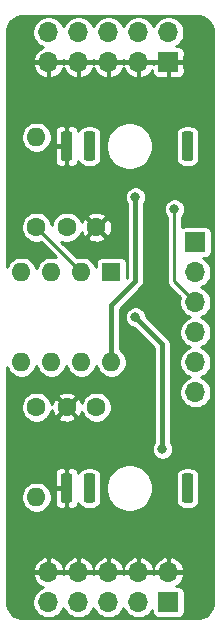
<source format=gbr>
%TF.GenerationSoftware,KiCad,Pcbnew,(5.1.6-0-10_14)*%
%TF.CreationDate,2020-08-09T19:32:51-07:00*%
%TF.ProjectId,bbf-buffer,6262662d-6275-4666-9665-722e6b696361,rev?*%
%TF.SameCoordinates,Original*%
%TF.FileFunction,Copper,L2,Bot*%
%TF.FilePolarity,Positive*%
%FSLAX46Y46*%
G04 Gerber Fmt 4.6, Leading zero omitted, Abs format (unit mm)*
G04 Created by KiCad (PCBNEW (5.1.6-0-10_14)) date 2020-08-09 19:32:51*
%MOMM*%
%LPD*%
G01*
G04 APERTURE LIST*
%TA.AperFunction,ComponentPad*%
%ADD10R,1.700000X1.700000*%
%TD*%
%TA.AperFunction,ComponentPad*%
%ADD11O,1.700000X1.700000*%
%TD*%
%TA.AperFunction,ComponentPad*%
%ADD12R,1.600000X1.600000*%
%TD*%
%TA.AperFunction,ComponentPad*%
%ADD13O,1.600000X1.600000*%
%TD*%
%TA.AperFunction,ComponentPad*%
%ADD14C,1.600000*%
%TD*%
%TA.AperFunction,ViaPad*%
%ADD15C,0.800000*%
%TD*%
%TA.AperFunction,Conductor*%
%ADD16C,0.400000*%
%TD*%
%TA.AperFunction,Conductor*%
%ADD17C,0.250000*%
%TD*%
%TA.AperFunction,Conductor*%
%ADD18C,0.254000*%
%TD*%
G04 APERTURE END LIST*
D10*
%TO.P,J2,1*%
%TO.N,GND*%
X160020000Y-27940000D03*
D11*
%TO.P,J2,2*%
%TO.N,+12V*%
X160020000Y-25400000D03*
%TO.P,J2,3*%
%TO.N,GND*%
X157480000Y-27940000D03*
%TO.P,J2,4*%
%TO.N,+12V*%
X157480000Y-25400000D03*
%TO.P,J2,5*%
%TO.N,GND*%
X154940000Y-27940000D03*
%TO.P,J2,6*%
%TO.N,+12V*%
X154940000Y-25400000D03*
%TO.P,J2,7*%
%TO.N,GND*%
X152400000Y-27940000D03*
%TO.P,J2,8*%
%TO.N,+12V*%
X152400000Y-25400000D03*
%TO.P,J2,9*%
%TO.N,GND*%
X149860000Y-27940000D03*
%TO.P,J2,10*%
%TO.N,+12V*%
X149860000Y-25400000D03*
%TD*%
%TO.P,J1,10*%
%TO.N,GND*%
X149860000Y-71120000D03*
%TO.P,J1,9*%
%TO.N,-12V*%
X149860000Y-73660000D03*
%TO.P,J1,8*%
%TO.N,GND*%
X152400000Y-71120000D03*
%TO.P,J1,7*%
%TO.N,-12V*%
X152400000Y-73660000D03*
%TO.P,J1,6*%
%TO.N,GND*%
X154940000Y-71120000D03*
%TO.P,J1,5*%
%TO.N,-12V*%
X154940000Y-73660000D03*
%TO.P,J1,4*%
%TO.N,GND*%
X157480000Y-71120000D03*
%TO.P,J1,3*%
%TO.N,-12V*%
X157480000Y-73660000D03*
%TO.P,J1,2*%
%TO.N,GND*%
X160020000Y-71120000D03*
D10*
%TO.P,J1,1*%
%TO.N,-12V*%
X160020000Y-73660000D03*
%TD*%
%TO.P,J3,1*%
%TO.N,Net-(J3-Pad1)*%
X162306000Y-43180000D03*
D11*
%TO.P,J3,2*%
%TO.N,Net-(J3-Pad2)*%
X162306000Y-45720000D03*
%TO.P,J3,3*%
%TO.N,Net-(J3-Pad3)*%
X162306000Y-48260000D03*
%TO.P,J3,4*%
%TO.N,Net-(J3-Pad4)*%
X162306000Y-50800000D03*
%TO.P,J3,5*%
%TO.N,Net-(J3-Pad5)*%
X162306000Y-53340000D03*
%TO.P,J3,6*%
%TO.N,Net-(J3-Pad6)*%
X162306000Y-55880000D03*
%TD*%
%TO.P,J4,T*%
%TO.N,Net-(J3-Pad2)*%
%TA.AperFunction,ComponentPad*%
G36*
G01*
X161388000Y-33802000D02*
X161888000Y-33802000D01*
G75*
G02*
X162138000Y-34052000I0J-250000D01*
G01*
X162138000Y-36052000D01*
G75*
G02*
X161888000Y-36302000I-250000J0D01*
G01*
X161388000Y-36302000D01*
G75*
G02*
X161138000Y-36052000I0J250000D01*
G01*
X161138000Y-34052000D01*
G75*
G02*
X161388000Y-33802000I250000J0D01*
G01*
G37*
%TD.AperFunction*%
%TO.P,J4,TN*%
%TO.N,N/C*%
%TA.AperFunction,ComponentPad*%
G36*
G01*
X153088000Y-33802000D02*
X153588000Y-33802000D01*
G75*
G02*
X153838000Y-34052000I0J-250000D01*
G01*
X153838000Y-36052000D01*
G75*
G02*
X153588000Y-36302000I-250000J0D01*
G01*
X153088000Y-36302000D01*
G75*
G02*
X152838000Y-36052000I0J250000D01*
G01*
X152838000Y-34052000D01*
G75*
G02*
X153088000Y-33802000I250000J0D01*
G01*
G37*
%TD.AperFunction*%
%TO.P,J4,S*%
%TO.N,GND*%
%TA.AperFunction,ComponentPad*%
G36*
G01*
X151134000Y-33802000D02*
X151634000Y-33802000D01*
G75*
G02*
X151884000Y-34052000I0J-250000D01*
G01*
X151884000Y-36052000D01*
G75*
G02*
X151634000Y-36302000I-250000J0D01*
G01*
X151134000Y-36302000D01*
G75*
G02*
X150884000Y-36052000I0J250000D01*
G01*
X150884000Y-34052000D01*
G75*
G02*
X151134000Y-33802000I250000J0D01*
G01*
G37*
%TD.AperFunction*%
%TD*%
%TO.P,J5,S*%
%TO.N,GND*%
%TA.AperFunction,ComponentPad*%
G36*
G01*
X151134000Y-62758000D02*
X151634000Y-62758000D01*
G75*
G02*
X151884000Y-63008000I0J-250000D01*
G01*
X151884000Y-65008000D01*
G75*
G02*
X151634000Y-65258000I-250000J0D01*
G01*
X151134000Y-65258000D01*
G75*
G02*
X150884000Y-65008000I0J250000D01*
G01*
X150884000Y-63008000D01*
G75*
G02*
X151134000Y-62758000I250000J0D01*
G01*
G37*
%TD.AperFunction*%
%TO.P,J5,TN*%
%TO.N,N/C*%
%TA.AperFunction,ComponentPad*%
G36*
G01*
X153088000Y-62758000D02*
X153588000Y-62758000D01*
G75*
G02*
X153838000Y-63008000I0J-250000D01*
G01*
X153838000Y-65008000D01*
G75*
G02*
X153588000Y-65258000I-250000J0D01*
G01*
X153088000Y-65258000D01*
G75*
G02*
X152838000Y-65008000I0J250000D01*
G01*
X152838000Y-63008000D01*
G75*
G02*
X153088000Y-62758000I250000J0D01*
G01*
G37*
%TD.AperFunction*%
%TO.P,J5,T*%
%TO.N,Net-(J3-Pad5)*%
%TA.AperFunction,ComponentPad*%
G36*
G01*
X161388000Y-62758000D02*
X161888000Y-62758000D01*
G75*
G02*
X162138000Y-63008000I0J-250000D01*
G01*
X162138000Y-65008000D01*
G75*
G02*
X161888000Y-65258000I-250000J0D01*
G01*
X161388000Y-65258000D01*
G75*
G02*
X161138000Y-65008000I0J250000D01*
G01*
X161138000Y-63008000D01*
G75*
G02*
X161388000Y-62758000I250000J0D01*
G01*
G37*
%TD.AperFunction*%
%TD*%
D12*
%TO.P,TL072,1*%
%TO.N,Net-(R1-Pad1)*%
X155194000Y-45720000D03*
D13*
%TO.P,TL072,5*%
%TO.N,Net-(J3-Pad4)*%
X147574000Y-53340000D03*
%TO.P,TL072,2*%
%TO.N,Net-(R1-Pad1)*%
X152654000Y-45720000D03*
%TO.P,TL072,6*%
%TO.N,Net-(R2-Pad1)*%
X150114000Y-53340000D03*
%TO.P,TL072,3*%
%TO.N,Net-(J3-Pad1)*%
X150114000Y-45720000D03*
%TO.P,TL072,7*%
%TO.N,Net-(R2-Pad1)*%
X152654000Y-53340000D03*
%TO.P,TL072,4*%
%TO.N,-12V*%
X147574000Y-45720000D03*
%TO.P,TL072,8*%
%TO.N,+12V*%
X155194000Y-53340000D03*
%TD*%
D14*
%TO.P,C1,2*%
%TO.N,GND*%
X151424000Y-57150000D03*
%TO.P,C1,1*%
%TO.N,+12V*%
X153924000Y-57150000D03*
%TD*%
%TO.P,C2,1*%
%TO.N,GND*%
X153924000Y-41910000D03*
%TO.P,C2,2*%
%TO.N,-12V*%
X151424000Y-41910000D03*
%TD*%
%TO.P,R1,1*%
%TO.N,Net-(R1-Pad1)*%
X148844000Y-41910000D03*
D13*
%TO.P,R1,2*%
%TO.N,Net-(J3-Pad3)*%
X148844000Y-34290000D03*
%TD*%
%TO.P,R2,2*%
%TO.N,Net-(J3-Pad6)*%
X148844000Y-64770000D03*
D14*
%TO.P,R2,1*%
%TO.N,Net-(R2-Pad1)*%
X148844000Y-57150000D03*
%TD*%
D15*
%TO.N,+12V*%
X157226000Y-39370000D03*
%TO.N,-12V*%
X159512000Y-60706000D03*
X157226000Y-49530000D03*
%TO.N,Net-(J3-Pad3)*%
X160528000Y-40386000D03*
%TD*%
D16*
%TO.N,+12V*%
X155194000Y-53340000D02*
X155194000Y-48514000D01*
X157226000Y-46482000D02*
X157226000Y-39370000D01*
X155194000Y-48514000D02*
X157226000Y-46482000D01*
%TO.N,-12V*%
X159512000Y-51816000D02*
X157226000Y-49530000D01*
X159512000Y-60706000D02*
X159512000Y-51816000D01*
D17*
%TO.N,Net-(J3-Pad3)*%
X160528000Y-46482000D02*
X160528000Y-40386000D01*
X162306000Y-48260000D02*
X160528000Y-46482000D01*
%TO.N,Net-(R1-Pad1)*%
X152654000Y-45720000D02*
X148844000Y-41910000D01*
%TD*%
D18*
%TO.N,GND*%
G36*
X162698991Y-24056636D02*
G01*
X162954856Y-24133886D01*
X163190838Y-24259360D01*
X163397958Y-24428283D01*
X163568322Y-24634218D01*
X163695440Y-24869320D01*
X163774474Y-25124636D01*
X163805000Y-25415071D01*
X163805001Y-73633925D01*
X163776364Y-73925992D01*
X163699114Y-74181855D01*
X163573640Y-74417838D01*
X163404718Y-74624956D01*
X163198784Y-74795320D01*
X162963680Y-74922440D01*
X162708364Y-75001474D01*
X162417929Y-75032000D01*
X147727065Y-75032000D01*
X147435008Y-75003364D01*
X147179145Y-74926114D01*
X146943162Y-74800640D01*
X146736044Y-74631718D01*
X146565680Y-74425784D01*
X146438560Y-74190680D01*
X146359526Y-73935364D01*
X146329000Y-73644929D01*
X146329000Y-73526249D01*
X148502000Y-73526249D01*
X148502000Y-73793751D01*
X148554187Y-74056114D01*
X148656556Y-74303254D01*
X148805172Y-74525675D01*
X148994325Y-74714828D01*
X149216746Y-74863444D01*
X149463886Y-74965813D01*
X149726249Y-75018000D01*
X149993751Y-75018000D01*
X150256114Y-74965813D01*
X150503254Y-74863444D01*
X150725675Y-74714828D01*
X150914828Y-74525675D01*
X151063444Y-74303254D01*
X151130000Y-74142574D01*
X151196556Y-74303254D01*
X151345172Y-74525675D01*
X151534325Y-74714828D01*
X151756746Y-74863444D01*
X152003886Y-74965813D01*
X152266249Y-75018000D01*
X152533751Y-75018000D01*
X152796114Y-74965813D01*
X153043254Y-74863444D01*
X153265675Y-74714828D01*
X153454828Y-74525675D01*
X153603444Y-74303254D01*
X153670000Y-74142574D01*
X153736556Y-74303254D01*
X153885172Y-74525675D01*
X154074325Y-74714828D01*
X154296746Y-74863444D01*
X154543886Y-74965813D01*
X154806249Y-75018000D01*
X155073751Y-75018000D01*
X155336114Y-74965813D01*
X155583254Y-74863444D01*
X155805675Y-74714828D01*
X155994828Y-74525675D01*
X156143444Y-74303254D01*
X156210000Y-74142574D01*
X156276556Y-74303254D01*
X156425172Y-74525675D01*
X156614325Y-74714828D01*
X156836746Y-74863444D01*
X157083886Y-74965813D01*
X157346249Y-75018000D01*
X157613751Y-75018000D01*
X157876114Y-74965813D01*
X158123254Y-74863444D01*
X158345675Y-74714828D01*
X158534828Y-74525675D01*
X158659543Y-74339025D01*
X158659543Y-74510000D01*
X158669351Y-74609585D01*
X158698399Y-74705343D01*
X158745571Y-74793595D01*
X158809052Y-74870948D01*
X158886405Y-74934429D01*
X158974657Y-74981601D01*
X159070415Y-75010649D01*
X159170000Y-75020457D01*
X160870000Y-75020457D01*
X160969585Y-75010649D01*
X161065343Y-74981601D01*
X161153595Y-74934429D01*
X161230948Y-74870948D01*
X161294429Y-74793595D01*
X161341601Y-74705343D01*
X161370649Y-74609585D01*
X161380457Y-74510000D01*
X161380457Y-72810000D01*
X161370649Y-72710415D01*
X161341601Y-72614657D01*
X161294429Y-72526405D01*
X161230948Y-72449052D01*
X161153595Y-72385571D01*
X161065343Y-72338399D01*
X160969585Y-72309351D01*
X160870000Y-72299543D01*
X160680668Y-72299543D01*
X160765968Y-72254769D01*
X160973017Y-72087434D01*
X161143442Y-71882921D01*
X161270694Y-71649089D01*
X161349882Y-71394924D01*
X161249517Y-71183500D01*
X160083500Y-71183500D01*
X160083500Y-71203500D01*
X159956500Y-71203500D01*
X159956500Y-71183500D01*
X158790483Y-71183500D01*
X158750000Y-71268780D01*
X158709517Y-71183500D01*
X157543500Y-71183500D01*
X157543500Y-71203500D01*
X157416500Y-71203500D01*
X157416500Y-71183500D01*
X156250483Y-71183500D01*
X156210000Y-71268780D01*
X156169517Y-71183500D01*
X155003500Y-71183500D01*
X155003500Y-71203500D01*
X154876500Y-71203500D01*
X154876500Y-71183500D01*
X153710483Y-71183500D01*
X153670000Y-71268780D01*
X153629517Y-71183500D01*
X152463500Y-71183500D01*
X152463500Y-71203500D01*
X152336500Y-71203500D01*
X152336500Y-71183500D01*
X151170483Y-71183500D01*
X151130000Y-71268780D01*
X151089517Y-71183500D01*
X149923500Y-71183500D01*
X149923500Y-71203500D01*
X149796500Y-71203500D01*
X149796500Y-71183500D01*
X148630483Y-71183500D01*
X148530118Y-71394924D01*
X148609306Y-71649089D01*
X148736558Y-71882921D01*
X148906983Y-72087434D01*
X149114032Y-72254769D01*
X149349748Y-72378496D01*
X149381758Y-72388206D01*
X149216746Y-72456556D01*
X148994325Y-72605172D01*
X148805172Y-72794325D01*
X148656556Y-73016746D01*
X148554187Y-73263886D01*
X148502000Y-73526249D01*
X146329000Y-73526249D01*
X146329000Y-70845076D01*
X148530118Y-70845076D01*
X148630483Y-71056500D01*
X149796500Y-71056500D01*
X149796500Y-69890639D01*
X149923500Y-69890639D01*
X149923500Y-71056500D01*
X151089517Y-71056500D01*
X151130000Y-70971220D01*
X151170483Y-71056500D01*
X152336500Y-71056500D01*
X152336500Y-69890639D01*
X152463500Y-69890639D01*
X152463500Y-71056500D01*
X153629517Y-71056500D01*
X153670000Y-70971220D01*
X153710483Y-71056500D01*
X154876500Y-71056500D01*
X154876500Y-69890639D01*
X155003500Y-69890639D01*
X155003500Y-71056500D01*
X156169517Y-71056500D01*
X156210000Y-70971220D01*
X156250483Y-71056500D01*
X157416500Y-71056500D01*
X157416500Y-69890639D01*
X157543500Y-69890639D01*
X157543500Y-71056500D01*
X158709517Y-71056500D01*
X158750000Y-70971220D01*
X158790483Y-71056500D01*
X159956500Y-71056500D01*
X159956500Y-69890639D01*
X160083500Y-69890639D01*
X160083500Y-71056500D01*
X161249517Y-71056500D01*
X161349882Y-70845076D01*
X161270694Y-70590911D01*
X161143442Y-70357079D01*
X160973017Y-70152566D01*
X160765968Y-69985231D01*
X160530252Y-69861504D01*
X160294924Y-69790120D01*
X160083500Y-69890639D01*
X159956500Y-69890639D01*
X159745076Y-69790120D01*
X159509748Y-69861504D01*
X159274032Y-69985231D01*
X159066983Y-70152566D01*
X158896558Y-70357079D01*
X158769306Y-70590911D01*
X158750000Y-70652876D01*
X158730694Y-70590911D01*
X158603442Y-70357079D01*
X158433017Y-70152566D01*
X158225968Y-69985231D01*
X157990252Y-69861504D01*
X157754924Y-69790120D01*
X157543500Y-69890639D01*
X157416500Y-69890639D01*
X157205076Y-69790120D01*
X156969748Y-69861504D01*
X156734032Y-69985231D01*
X156526983Y-70152566D01*
X156356558Y-70357079D01*
X156229306Y-70590911D01*
X156210000Y-70652876D01*
X156190694Y-70590911D01*
X156063442Y-70357079D01*
X155893017Y-70152566D01*
X155685968Y-69985231D01*
X155450252Y-69861504D01*
X155214924Y-69790120D01*
X155003500Y-69890639D01*
X154876500Y-69890639D01*
X154665076Y-69790120D01*
X154429748Y-69861504D01*
X154194032Y-69985231D01*
X153986983Y-70152566D01*
X153816558Y-70357079D01*
X153689306Y-70590911D01*
X153670000Y-70652876D01*
X153650694Y-70590911D01*
X153523442Y-70357079D01*
X153353017Y-70152566D01*
X153145968Y-69985231D01*
X152910252Y-69861504D01*
X152674924Y-69790120D01*
X152463500Y-69890639D01*
X152336500Y-69890639D01*
X152125076Y-69790120D01*
X151889748Y-69861504D01*
X151654032Y-69985231D01*
X151446983Y-70152566D01*
X151276558Y-70357079D01*
X151149306Y-70590911D01*
X151130000Y-70652876D01*
X151110694Y-70590911D01*
X150983442Y-70357079D01*
X150813017Y-70152566D01*
X150605968Y-69985231D01*
X150370252Y-69861504D01*
X150134924Y-69790120D01*
X149923500Y-69890639D01*
X149796500Y-69890639D01*
X149585076Y-69790120D01*
X149349748Y-69861504D01*
X149114032Y-69985231D01*
X148906983Y-70152566D01*
X148736558Y-70357079D01*
X148609306Y-70590911D01*
X148530118Y-70845076D01*
X146329000Y-70845076D01*
X146329000Y-64641173D01*
X147536000Y-64641173D01*
X147536000Y-64898827D01*
X147586266Y-65151530D01*
X147684865Y-65389570D01*
X147828010Y-65603801D01*
X148010199Y-65785990D01*
X148224430Y-65929135D01*
X148462470Y-66027734D01*
X148715173Y-66078000D01*
X148972827Y-66078000D01*
X149225530Y-66027734D01*
X149463570Y-65929135D01*
X149677801Y-65785990D01*
X149859990Y-65603801D01*
X150003135Y-65389570D01*
X150057632Y-65258000D01*
X150373542Y-65258000D01*
X150383350Y-65357585D01*
X150412398Y-65453344D01*
X150459570Y-65541595D01*
X150523052Y-65618948D01*
X150600405Y-65682430D01*
X150688656Y-65729602D01*
X150784415Y-65758650D01*
X150884000Y-65768458D01*
X151193500Y-65766000D01*
X151320500Y-65639000D01*
X151320500Y-64071500D01*
X150503000Y-64071500D01*
X150376000Y-64198500D01*
X150373542Y-65258000D01*
X150057632Y-65258000D01*
X150101734Y-65151530D01*
X150152000Y-64898827D01*
X150152000Y-64641173D01*
X150101734Y-64388470D01*
X150003135Y-64150430D01*
X149859990Y-63936199D01*
X149677801Y-63754010D01*
X149463570Y-63610865D01*
X149225530Y-63512266D01*
X148972827Y-63462000D01*
X148715173Y-63462000D01*
X148462470Y-63512266D01*
X148224430Y-63610865D01*
X148010199Y-63754010D01*
X147828010Y-63936199D01*
X147684865Y-64150430D01*
X147586266Y-64388470D01*
X147536000Y-64641173D01*
X146329000Y-64641173D01*
X146329000Y-62758000D01*
X150373542Y-62758000D01*
X150376000Y-63817500D01*
X150503000Y-63944500D01*
X151320500Y-63944500D01*
X151320500Y-62377000D01*
X151447500Y-62377000D01*
X151447500Y-63944500D01*
X151467500Y-63944500D01*
X151467500Y-64071500D01*
X151447500Y-64071500D01*
X151447500Y-65639000D01*
X151574500Y-65766000D01*
X151884000Y-65768458D01*
X151983585Y-65758650D01*
X152079344Y-65729602D01*
X152167595Y-65682430D01*
X152244948Y-65618948D01*
X152308430Y-65541595D01*
X152355602Y-65453344D01*
X152384650Y-65357585D01*
X152389642Y-65306896D01*
X152455703Y-65430487D01*
X152550276Y-65545724D01*
X152665513Y-65640297D01*
X152796986Y-65710571D01*
X152939642Y-65753845D01*
X153088000Y-65768457D01*
X153588000Y-65768457D01*
X153736358Y-65753845D01*
X153879014Y-65710571D01*
X154010487Y-65640297D01*
X154125724Y-65545724D01*
X154220297Y-65430487D01*
X154290571Y-65299014D01*
X154333845Y-65156358D01*
X154348457Y-65008000D01*
X154348457Y-63810229D01*
X154710000Y-63810229D01*
X154710000Y-64205771D01*
X154787166Y-64593712D01*
X154938533Y-64959145D01*
X155158284Y-65288025D01*
X155437975Y-65567716D01*
X155766855Y-65787467D01*
X156132288Y-65938834D01*
X156520229Y-66016000D01*
X156915771Y-66016000D01*
X157303712Y-65938834D01*
X157669145Y-65787467D01*
X157998025Y-65567716D01*
X158277716Y-65288025D01*
X158497467Y-64959145D01*
X158648834Y-64593712D01*
X158726000Y-64205771D01*
X158726000Y-63810229D01*
X158648834Y-63422288D01*
X158497467Y-63056855D01*
X158464824Y-63008000D01*
X160627543Y-63008000D01*
X160627543Y-65008000D01*
X160642155Y-65156358D01*
X160685429Y-65299014D01*
X160755703Y-65430487D01*
X160850276Y-65545724D01*
X160965513Y-65640297D01*
X161096986Y-65710571D01*
X161239642Y-65753845D01*
X161388000Y-65768457D01*
X161888000Y-65768457D01*
X162036358Y-65753845D01*
X162179014Y-65710571D01*
X162310487Y-65640297D01*
X162425724Y-65545724D01*
X162520297Y-65430487D01*
X162590571Y-65299014D01*
X162633845Y-65156358D01*
X162648457Y-65008000D01*
X162648457Y-63008000D01*
X162633845Y-62859642D01*
X162590571Y-62716986D01*
X162520297Y-62585513D01*
X162425724Y-62470276D01*
X162310487Y-62375703D01*
X162179014Y-62305429D01*
X162036358Y-62262155D01*
X161888000Y-62247543D01*
X161388000Y-62247543D01*
X161239642Y-62262155D01*
X161096986Y-62305429D01*
X160965513Y-62375703D01*
X160850276Y-62470276D01*
X160755703Y-62585513D01*
X160685429Y-62716986D01*
X160642155Y-62859642D01*
X160627543Y-63008000D01*
X158464824Y-63008000D01*
X158277716Y-62727975D01*
X157998025Y-62448284D01*
X157669145Y-62228533D01*
X157303712Y-62077166D01*
X156915771Y-62000000D01*
X156520229Y-62000000D01*
X156132288Y-62077166D01*
X155766855Y-62228533D01*
X155437975Y-62448284D01*
X155158284Y-62727975D01*
X154938533Y-63056855D01*
X154787166Y-63422288D01*
X154710000Y-63810229D01*
X154348457Y-63810229D01*
X154348457Y-63008000D01*
X154333845Y-62859642D01*
X154290571Y-62716986D01*
X154220297Y-62585513D01*
X154125724Y-62470276D01*
X154010487Y-62375703D01*
X153879014Y-62305429D01*
X153736358Y-62262155D01*
X153588000Y-62247543D01*
X153088000Y-62247543D01*
X152939642Y-62262155D01*
X152796986Y-62305429D01*
X152665513Y-62375703D01*
X152550276Y-62470276D01*
X152455703Y-62585513D01*
X152389642Y-62709104D01*
X152384650Y-62658415D01*
X152355602Y-62562656D01*
X152308430Y-62474405D01*
X152244948Y-62397052D01*
X152167595Y-62333570D01*
X152079344Y-62286398D01*
X151983585Y-62257350D01*
X151884000Y-62247542D01*
X151574500Y-62250000D01*
X151447500Y-62377000D01*
X151320500Y-62377000D01*
X151193500Y-62250000D01*
X150884000Y-62247542D01*
X150784415Y-62257350D01*
X150688656Y-62286398D01*
X150600405Y-62333570D01*
X150523052Y-62397052D01*
X150459570Y-62474405D01*
X150412398Y-62562656D01*
X150383350Y-62658415D01*
X150373542Y-62758000D01*
X146329000Y-62758000D01*
X146329000Y-57021173D01*
X147536000Y-57021173D01*
X147536000Y-57278827D01*
X147586266Y-57531530D01*
X147684865Y-57769570D01*
X147828010Y-57983801D01*
X148010199Y-58165990D01*
X148224430Y-58309135D01*
X148462470Y-58407734D01*
X148715173Y-58458000D01*
X148972827Y-58458000D01*
X149225530Y-58407734D01*
X149463570Y-58309135D01*
X149677801Y-58165990D01*
X149810523Y-58033268D01*
X150630534Y-58033268D01*
X150703731Y-58249397D01*
X150932052Y-58368790D01*
X151179279Y-58441345D01*
X151435911Y-58464275D01*
X151692084Y-58436698D01*
X151937955Y-58359674D01*
X152144269Y-58249397D01*
X152217466Y-58033268D01*
X151424000Y-57239803D01*
X150630534Y-58033268D01*
X149810523Y-58033268D01*
X149859990Y-57983801D01*
X150003135Y-57769570D01*
X150101734Y-57531530D01*
X150132736Y-57375672D01*
X150137302Y-57418084D01*
X150214326Y-57663955D01*
X150324603Y-57870269D01*
X150540732Y-57943466D01*
X151334197Y-57150000D01*
X151513803Y-57150000D01*
X152307268Y-57943466D01*
X152523397Y-57870269D01*
X152642790Y-57641948D01*
X152671492Y-57544147D01*
X152764865Y-57769570D01*
X152908010Y-57983801D01*
X153090199Y-58165990D01*
X153304430Y-58309135D01*
X153542470Y-58407734D01*
X153795173Y-58458000D01*
X154052827Y-58458000D01*
X154305530Y-58407734D01*
X154543570Y-58309135D01*
X154757801Y-58165990D01*
X154939990Y-57983801D01*
X155083135Y-57769570D01*
X155181734Y-57531530D01*
X155232000Y-57278827D01*
X155232000Y-57021173D01*
X155181734Y-56768470D01*
X155083135Y-56530430D01*
X154939990Y-56316199D01*
X154757801Y-56134010D01*
X154543570Y-55990865D01*
X154305530Y-55892266D01*
X154052827Y-55842000D01*
X153795173Y-55842000D01*
X153542470Y-55892266D01*
X153304430Y-55990865D01*
X153090199Y-56134010D01*
X152908010Y-56316199D01*
X152764865Y-56530430D01*
X152671329Y-56756246D01*
X152633674Y-56636045D01*
X152523397Y-56429731D01*
X152307268Y-56356534D01*
X151513803Y-57150000D01*
X151334197Y-57150000D01*
X150540732Y-56356534D01*
X150324603Y-56429731D01*
X150205210Y-56658052D01*
X150132655Y-56905279D01*
X150131506Y-56918142D01*
X150101734Y-56768470D01*
X150003135Y-56530430D01*
X149859990Y-56316199D01*
X149810523Y-56266732D01*
X150630534Y-56266732D01*
X151424000Y-57060197D01*
X152217466Y-56266732D01*
X152144269Y-56050603D01*
X151915948Y-55931210D01*
X151668721Y-55858655D01*
X151412089Y-55835725D01*
X151155916Y-55863302D01*
X150910045Y-55940326D01*
X150703731Y-56050603D01*
X150630534Y-56266732D01*
X149810523Y-56266732D01*
X149677801Y-56134010D01*
X149463570Y-55990865D01*
X149225530Y-55892266D01*
X148972827Y-55842000D01*
X148715173Y-55842000D01*
X148462470Y-55892266D01*
X148224430Y-55990865D01*
X148010199Y-56134010D01*
X147828010Y-56316199D01*
X147684865Y-56530430D01*
X147586266Y-56768470D01*
X147536000Y-57021173D01*
X146329000Y-57021173D01*
X146329000Y-53752273D01*
X146414865Y-53959570D01*
X146558010Y-54173801D01*
X146740199Y-54355990D01*
X146954430Y-54499135D01*
X147192470Y-54597734D01*
X147445173Y-54648000D01*
X147702827Y-54648000D01*
X147955530Y-54597734D01*
X148193570Y-54499135D01*
X148407801Y-54355990D01*
X148589990Y-54173801D01*
X148733135Y-53959570D01*
X148831734Y-53721530D01*
X148844000Y-53659865D01*
X148856266Y-53721530D01*
X148954865Y-53959570D01*
X149098010Y-54173801D01*
X149280199Y-54355990D01*
X149494430Y-54499135D01*
X149732470Y-54597734D01*
X149985173Y-54648000D01*
X150242827Y-54648000D01*
X150495530Y-54597734D01*
X150733570Y-54499135D01*
X150947801Y-54355990D01*
X151129990Y-54173801D01*
X151273135Y-53959570D01*
X151371734Y-53721530D01*
X151384000Y-53659865D01*
X151396266Y-53721530D01*
X151494865Y-53959570D01*
X151638010Y-54173801D01*
X151820199Y-54355990D01*
X152034430Y-54499135D01*
X152272470Y-54597734D01*
X152525173Y-54648000D01*
X152782827Y-54648000D01*
X153035530Y-54597734D01*
X153273570Y-54499135D01*
X153487801Y-54355990D01*
X153669990Y-54173801D01*
X153813135Y-53959570D01*
X153911734Y-53721530D01*
X153924000Y-53659865D01*
X153936266Y-53721530D01*
X154034865Y-53959570D01*
X154178010Y-54173801D01*
X154360199Y-54355990D01*
X154574430Y-54499135D01*
X154812470Y-54597734D01*
X155065173Y-54648000D01*
X155322827Y-54648000D01*
X155575530Y-54597734D01*
X155813570Y-54499135D01*
X156027801Y-54355990D01*
X156209990Y-54173801D01*
X156353135Y-53959570D01*
X156451734Y-53721530D01*
X156502000Y-53468827D01*
X156502000Y-53211173D01*
X156451734Y-52958470D01*
X156353135Y-52720430D01*
X156209990Y-52506199D01*
X156027801Y-52324010D01*
X155902000Y-52239952D01*
X155902000Y-49440570D01*
X156318000Y-49440570D01*
X156318000Y-49619430D01*
X156352894Y-49794854D01*
X156421341Y-49960099D01*
X156520711Y-50108816D01*
X156647184Y-50235289D01*
X156795901Y-50334659D01*
X156961146Y-50403106D01*
X157131786Y-50437048D01*
X158804001Y-52109264D01*
X158804000Y-60131241D01*
X158707341Y-60275901D01*
X158638894Y-60441146D01*
X158604000Y-60616570D01*
X158604000Y-60795430D01*
X158638894Y-60970854D01*
X158707341Y-61136099D01*
X158806711Y-61284816D01*
X158933184Y-61411289D01*
X159081901Y-61510659D01*
X159247146Y-61579106D01*
X159422570Y-61614000D01*
X159601430Y-61614000D01*
X159776854Y-61579106D01*
X159942099Y-61510659D01*
X160090816Y-61411289D01*
X160217289Y-61284816D01*
X160316659Y-61136099D01*
X160385106Y-60970854D01*
X160420000Y-60795430D01*
X160420000Y-60616570D01*
X160385106Y-60441146D01*
X160316659Y-60275901D01*
X160220000Y-60131241D01*
X160220000Y-51850766D01*
X160223424Y-51815999D01*
X160220000Y-51781233D01*
X160220000Y-51781226D01*
X160209755Y-51677208D01*
X160169271Y-51543749D01*
X160103528Y-51420753D01*
X160015053Y-51312947D01*
X159988044Y-51290781D01*
X158133048Y-49435786D01*
X158099106Y-49265146D01*
X158030659Y-49099901D01*
X157931289Y-48951184D01*
X157804816Y-48824711D01*
X157656099Y-48725341D01*
X157490854Y-48656894D01*
X157315430Y-48622000D01*
X157136570Y-48622000D01*
X156961146Y-48656894D01*
X156795901Y-48725341D01*
X156647184Y-48824711D01*
X156520711Y-48951184D01*
X156421341Y-49099901D01*
X156352894Y-49265146D01*
X156318000Y-49440570D01*
X155902000Y-49440570D01*
X155902000Y-48807262D01*
X157702049Y-47007214D01*
X157729052Y-46985053D01*
X157751214Y-46958049D01*
X157751220Y-46958043D01*
X157817528Y-46877247D01*
X157883271Y-46754251D01*
X157923755Y-46620792D01*
X157933682Y-46520000D01*
X157934000Y-46516774D01*
X157934000Y-46516767D01*
X157937424Y-46482000D01*
X157934000Y-46447234D01*
X157934000Y-40296570D01*
X159620000Y-40296570D01*
X159620000Y-40475430D01*
X159654894Y-40650854D01*
X159723341Y-40816099D01*
X159822711Y-40964816D01*
X159895001Y-41037106D01*
X159895000Y-46450912D01*
X159891938Y-46482000D01*
X159895000Y-46513087D01*
X159904160Y-46606089D01*
X159940355Y-46725409D01*
X159999134Y-46835376D01*
X160078236Y-46931764D01*
X160102387Y-46951584D01*
X161004435Y-47853632D01*
X161000187Y-47863886D01*
X160948000Y-48126249D01*
X160948000Y-48393751D01*
X161000187Y-48656114D01*
X161102556Y-48903254D01*
X161251172Y-49125675D01*
X161440325Y-49314828D01*
X161662746Y-49463444D01*
X161823426Y-49530000D01*
X161662746Y-49596556D01*
X161440325Y-49745172D01*
X161251172Y-49934325D01*
X161102556Y-50156746D01*
X161000187Y-50403886D01*
X160948000Y-50666249D01*
X160948000Y-50933751D01*
X161000187Y-51196114D01*
X161102556Y-51443254D01*
X161251172Y-51665675D01*
X161440325Y-51854828D01*
X161662746Y-52003444D01*
X161823426Y-52070000D01*
X161662746Y-52136556D01*
X161440325Y-52285172D01*
X161251172Y-52474325D01*
X161102556Y-52696746D01*
X161000187Y-52943886D01*
X160948000Y-53206249D01*
X160948000Y-53473751D01*
X161000187Y-53736114D01*
X161102556Y-53983254D01*
X161251172Y-54205675D01*
X161440325Y-54394828D01*
X161662746Y-54543444D01*
X161823426Y-54610000D01*
X161662746Y-54676556D01*
X161440325Y-54825172D01*
X161251172Y-55014325D01*
X161102556Y-55236746D01*
X161000187Y-55483886D01*
X160948000Y-55746249D01*
X160948000Y-56013751D01*
X161000187Y-56276114D01*
X161102556Y-56523254D01*
X161251172Y-56745675D01*
X161440325Y-56934828D01*
X161662746Y-57083444D01*
X161909886Y-57185813D01*
X162172249Y-57238000D01*
X162439751Y-57238000D01*
X162702114Y-57185813D01*
X162949254Y-57083444D01*
X163171675Y-56934828D01*
X163360828Y-56745675D01*
X163509444Y-56523254D01*
X163611813Y-56276114D01*
X163664000Y-56013751D01*
X163664000Y-55746249D01*
X163611813Y-55483886D01*
X163509444Y-55236746D01*
X163360828Y-55014325D01*
X163171675Y-54825172D01*
X162949254Y-54676556D01*
X162788574Y-54610000D01*
X162949254Y-54543444D01*
X163171675Y-54394828D01*
X163360828Y-54205675D01*
X163509444Y-53983254D01*
X163611813Y-53736114D01*
X163664000Y-53473751D01*
X163664000Y-53206249D01*
X163611813Y-52943886D01*
X163509444Y-52696746D01*
X163360828Y-52474325D01*
X163171675Y-52285172D01*
X162949254Y-52136556D01*
X162788574Y-52070000D01*
X162949254Y-52003444D01*
X163171675Y-51854828D01*
X163360828Y-51665675D01*
X163509444Y-51443254D01*
X163611813Y-51196114D01*
X163664000Y-50933751D01*
X163664000Y-50666249D01*
X163611813Y-50403886D01*
X163509444Y-50156746D01*
X163360828Y-49934325D01*
X163171675Y-49745172D01*
X162949254Y-49596556D01*
X162788574Y-49530000D01*
X162949254Y-49463444D01*
X163171675Y-49314828D01*
X163360828Y-49125675D01*
X163509444Y-48903254D01*
X163611813Y-48656114D01*
X163664000Y-48393751D01*
X163664000Y-48126249D01*
X163611813Y-47863886D01*
X163509444Y-47616746D01*
X163360828Y-47394325D01*
X163171675Y-47205172D01*
X162949254Y-47056556D01*
X162788574Y-46990000D01*
X162949254Y-46923444D01*
X163171675Y-46774828D01*
X163360828Y-46585675D01*
X163509444Y-46363254D01*
X163611813Y-46116114D01*
X163664000Y-45853751D01*
X163664000Y-45586249D01*
X163611813Y-45323886D01*
X163509444Y-45076746D01*
X163360828Y-44854325D01*
X163171675Y-44665172D01*
X162985025Y-44540457D01*
X163156000Y-44540457D01*
X163255585Y-44530649D01*
X163351343Y-44501601D01*
X163439595Y-44454429D01*
X163516948Y-44390948D01*
X163580429Y-44313595D01*
X163627601Y-44225343D01*
X163656649Y-44129585D01*
X163666457Y-44030000D01*
X163666457Y-42330000D01*
X163656649Y-42230415D01*
X163627601Y-42134657D01*
X163580429Y-42046405D01*
X163516948Y-41969052D01*
X163439595Y-41905571D01*
X163351343Y-41858399D01*
X163255585Y-41829351D01*
X163156000Y-41819543D01*
X161456000Y-41819543D01*
X161356415Y-41829351D01*
X161260657Y-41858399D01*
X161172405Y-41905571D01*
X161161000Y-41914931D01*
X161161000Y-41037105D01*
X161233289Y-40964816D01*
X161332659Y-40816099D01*
X161401106Y-40650854D01*
X161436000Y-40475430D01*
X161436000Y-40296570D01*
X161401106Y-40121146D01*
X161332659Y-39955901D01*
X161233289Y-39807184D01*
X161106816Y-39680711D01*
X160958099Y-39581341D01*
X160792854Y-39512894D01*
X160617430Y-39478000D01*
X160438570Y-39478000D01*
X160263146Y-39512894D01*
X160097901Y-39581341D01*
X159949184Y-39680711D01*
X159822711Y-39807184D01*
X159723341Y-39955901D01*
X159654894Y-40121146D01*
X159620000Y-40296570D01*
X157934000Y-40296570D01*
X157934000Y-39944759D01*
X158030659Y-39800099D01*
X158099106Y-39634854D01*
X158134000Y-39459430D01*
X158134000Y-39280570D01*
X158099106Y-39105146D01*
X158030659Y-38939901D01*
X157931289Y-38791184D01*
X157804816Y-38664711D01*
X157656099Y-38565341D01*
X157490854Y-38496894D01*
X157315430Y-38462000D01*
X157136570Y-38462000D01*
X156961146Y-38496894D01*
X156795901Y-38565341D01*
X156647184Y-38664711D01*
X156520711Y-38791184D01*
X156421341Y-38939901D01*
X156352894Y-39105146D01*
X156318000Y-39280570D01*
X156318000Y-39459430D01*
X156352894Y-39634854D01*
X156421341Y-39800099D01*
X156518001Y-39944760D01*
X156518000Y-46188737D01*
X156504457Y-46202280D01*
X156504457Y-44920000D01*
X156494649Y-44820415D01*
X156465601Y-44724657D01*
X156418429Y-44636405D01*
X156354948Y-44559052D01*
X156277595Y-44495571D01*
X156189343Y-44448399D01*
X156093585Y-44419351D01*
X155994000Y-44409543D01*
X154394000Y-44409543D01*
X154294415Y-44419351D01*
X154198657Y-44448399D01*
X154110405Y-44495571D01*
X154033052Y-44559052D01*
X153969571Y-44636405D01*
X153922399Y-44724657D01*
X153893351Y-44820415D01*
X153883543Y-44920000D01*
X153883543Y-45270411D01*
X153813135Y-45100430D01*
X153669990Y-44886199D01*
X153487801Y-44704010D01*
X153273570Y-44560865D01*
X153035530Y-44462266D01*
X152782827Y-44412000D01*
X152525173Y-44412000D01*
X152288312Y-44459115D01*
X150964730Y-43135533D01*
X151042470Y-43167734D01*
X151295173Y-43218000D01*
X151552827Y-43218000D01*
X151805530Y-43167734D01*
X152043570Y-43069135D01*
X152257801Y-42925990D01*
X152390523Y-42793268D01*
X153130534Y-42793268D01*
X153203731Y-43009397D01*
X153432052Y-43128790D01*
X153679279Y-43201345D01*
X153935911Y-43224275D01*
X154192084Y-43196698D01*
X154437955Y-43119674D01*
X154644269Y-43009397D01*
X154717466Y-42793268D01*
X153924000Y-41999803D01*
X153130534Y-42793268D01*
X152390523Y-42793268D01*
X152439990Y-42743801D01*
X152583135Y-42529570D01*
X152676671Y-42303754D01*
X152714326Y-42423955D01*
X152824603Y-42630269D01*
X153040732Y-42703466D01*
X153834197Y-41910000D01*
X154013803Y-41910000D01*
X154807268Y-42703466D01*
X155023397Y-42630269D01*
X155142790Y-42401948D01*
X155215345Y-42154721D01*
X155238275Y-41898089D01*
X155210698Y-41641916D01*
X155133674Y-41396045D01*
X155023397Y-41189731D01*
X154807268Y-41116534D01*
X154013803Y-41910000D01*
X153834197Y-41910000D01*
X153040732Y-41116534D01*
X152824603Y-41189731D01*
X152705210Y-41418052D01*
X152676508Y-41515853D01*
X152583135Y-41290430D01*
X152439990Y-41076199D01*
X152390523Y-41026732D01*
X153130534Y-41026732D01*
X153924000Y-41820197D01*
X154717466Y-41026732D01*
X154644269Y-40810603D01*
X154415948Y-40691210D01*
X154168721Y-40618655D01*
X153912089Y-40595725D01*
X153655916Y-40623302D01*
X153410045Y-40700326D01*
X153203731Y-40810603D01*
X153130534Y-41026732D01*
X152390523Y-41026732D01*
X152257801Y-40894010D01*
X152043570Y-40750865D01*
X151805530Y-40652266D01*
X151552827Y-40602000D01*
X151295173Y-40602000D01*
X151042470Y-40652266D01*
X150804430Y-40750865D01*
X150590199Y-40894010D01*
X150408010Y-41076199D01*
X150264865Y-41290430D01*
X150166266Y-41528470D01*
X150134000Y-41690681D01*
X150101734Y-41528470D01*
X150003135Y-41290430D01*
X149859990Y-41076199D01*
X149677801Y-40894010D01*
X149463570Y-40750865D01*
X149225530Y-40652266D01*
X148972827Y-40602000D01*
X148715173Y-40602000D01*
X148462470Y-40652266D01*
X148224430Y-40750865D01*
X148010199Y-40894010D01*
X147828010Y-41076199D01*
X147684865Y-41290430D01*
X147586266Y-41528470D01*
X147536000Y-41781173D01*
X147536000Y-42038827D01*
X147586266Y-42291530D01*
X147684865Y-42529570D01*
X147828010Y-42743801D01*
X148010199Y-42925990D01*
X148224430Y-43069135D01*
X148462470Y-43167734D01*
X148715173Y-43218000D01*
X148972827Y-43218000D01*
X149209688Y-43170885D01*
X150504986Y-44466183D01*
X150495530Y-44462266D01*
X150242827Y-44412000D01*
X149985173Y-44412000D01*
X149732470Y-44462266D01*
X149494430Y-44560865D01*
X149280199Y-44704010D01*
X149098010Y-44886199D01*
X148954865Y-45100430D01*
X148856266Y-45338470D01*
X148844000Y-45400135D01*
X148831734Y-45338470D01*
X148733135Y-45100430D01*
X148589990Y-44886199D01*
X148407801Y-44704010D01*
X148193570Y-44560865D01*
X147955530Y-44462266D01*
X147702827Y-44412000D01*
X147445173Y-44412000D01*
X147192470Y-44462266D01*
X146954430Y-44560865D01*
X146740199Y-44704010D01*
X146558010Y-44886199D01*
X146414865Y-45100430D01*
X146329000Y-45307727D01*
X146329000Y-36302000D01*
X150373542Y-36302000D01*
X150383350Y-36401585D01*
X150412398Y-36497344D01*
X150459570Y-36585595D01*
X150523052Y-36662948D01*
X150600405Y-36726430D01*
X150688656Y-36773602D01*
X150784415Y-36802650D01*
X150884000Y-36812458D01*
X151193500Y-36810000D01*
X151320500Y-36683000D01*
X151320500Y-35115500D01*
X150503000Y-35115500D01*
X150376000Y-35242500D01*
X150373542Y-36302000D01*
X146329000Y-36302000D01*
X146329000Y-34161173D01*
X147536000Y-34161173D01*
X147536000Y-34418827D01*
X147586266Y-34671530D01*
X147684865Y-34909570D01*
X147828010Y-35123801D01*
X148010199Y-35305990D01*
X148224430Y-35449135D01*
X148462470Y-35547734D01*
X148715173Y-35598000D01*
X148972827Y-35598000D01*
X149225530Y-35547734D01*
X149463570Y-35449135D01*
X149677801Y-35305990D01*
X149859990Y-35123801D01*
X150003135Y-34909570D01*
X150101734Y-34671530D01*
X150152000Y-34418827D01*
X150152000Y-34161173D01*
X150101734Y-33908470D01*
X150057633Y-33802000D01*
X150373542Y-33802000D01*
X150376000Y-34861500D01*
X150503000Y-34988500D01*
X151320500Y-34988500D01*
X151320500Y-33421000D01*
X151447500Y-33421000D01*
X151447500Y-34988500D01*
X151467500Y-34988500D01*
X151467500Y-35115500D01*
X151447500Y-35115500D01*
X151447500Y-36683000D01*
X151574500Y-36810000D01*
X151884000Y-36812458D01*
X151983585Y-36802650D01*
X152079344Y-36773602D01*
X152167595Y-36726430D01*
X152244948Y-36662948D01*
X152308430Y-36585595D01*
X152355602Y-36497344D01*
X152384650Y-36401585D01*
X152389642Y-36350896D01*
X152455703Y-36474487D01*
X152550276Y-36589724D01*
X152665513Y-36684297D01*
X152796986Y-36754571D01*
X152939642Y-36797845D01*
X153088000Y-36812457D01*
X153588000Y-36812457D01*
X153736358Y-36797845D01*
X153879014Y-36754571D01*
X154010487Y-36684297D01*
X154125724Y-36589724D01*
X154220297Y-36474487D01*
X154290571Y-36343014D01*
X154333845Y-36200358D01*
X154348457Y-36052000D01*
X154348457Y-34854229D01*
X154710000Y-34854229D01*
X154710000Y-35249771D01*
X154787166Y-35637712D01*
X154938533Y-36003145D01*
X155158284Y-36332025D01*
X155437975Y-36611716D01*
X155766855Y-36831467D01*
X156132288Y-36982834D01*
X156520229Y-37060000D01*
X156915771Y-37060000D01*
X157303712Y-36982834D01*
X157669145Y-36831467D01*
X157998025Y-36611716D01*
X158277716Y-36332025D01*
X158497467Y-36003145D01*
X158648834Y-35637712D01*
X158726000Y-35249771D01*
X158726000Y-34854229D01*
X158648834Y-34466288D01*
X158497467Y-34100855D01*
X158464824Y-34052000D01*
X160627543Y-34052000D01*
X160627543Y-36052000D01*
X160642155Y-36200358D01*
X160685429Y-36343014D01*
X160755703Y-36474487D01*
X160850276Y-36589724D01*
X160965513Y-36684297D01*
X161096986Y-36754571D01*
X161239642Y-36797845D01*
X161388000Y-36812457D01*
X161888000Y-36812457D01*
X162036358Y-36797845D01*
X162179014Y-36754571D01*
X162310487Y-36684297D01*
X162425724Y-36589724D01*
X162520297Y-36474487D01*
X162590571Y-36343014D01*
X162633845Y-36200358D01*
X162648457Y-36052000D01*
X162648457Y-34052000D01*
X162633845Y-33903642D01*
X162590571Y-33760986D01*
X162520297Y-33629513D01*
X162425724Y-33514276D01*
X162310487Y-33419703D01*
X162179014Y-33349429D01*
X162036358Y-33306155D01*
X161888000Y-33291543D01*
X161388000Y-33291543D01*
X161239642Y-33306155D01*
X161096986Y-33349429D01*
X160965513Y-33419703D01*
X160850276Y-33514276D01*
X160755703Y-33629513D01*
X160685429Y-33760986D01*
X160642155Y-33903642D01*
X160627543Y-34052000D01*
X158464824Y-34052000D01*
X158277716Y-33771975D01*
X157998025Y-33492284D01*
X157669145Y-33272533D01*
X157303712Y-33121166D01*
X156915771Y-33044000D01*
X156520229Y-33044000D01*
X156132288Y-33121166D01*
X155766855Y-33272533D01*
X155437975Y-33492284D01*
X155158284Y-33771975D01*
X154938533Y-34100855D01*
X154787166Y-34466288D01*
X154710000Y-34854229D01*
X154348457Y-34854229D01*
X154348457Y-34052000D01*
X154333845Y-33903642D01*
X154290571Y-33760986D01*
X154220297Y-33629513D01*
X154125724Y-33514276D01*
X154010487Y-33419703D01*
X153879014Y-33349429D01*
X153736358Y-33306155D01*
X153588000Y-33291543D01*
X153088000Y-33291543D01*
X152939642Y-33306155D01*
X152796986Y-33349429D01*
X152665513Y-33419703D01*
X152550276Y-33514276D01*
X152455703Y-33629513D01*
X152389642Y-33753104D01*
X152384650Y-33702415D01*
X152355602Y-33606656D01*
X152308430Y-33518405D01*
X152244948Y-33441052D01*
X152167595Y-33377570D01*
X152079344Y-33330398D01*
X151983585Y-33301350D01*
X151884000Y-33291542D01*
X151574500Y-33294000D01*
X151447500Y-33421000D01*
X151320500Y-33421000D01*
X151193500Y-33294000D01*
X150884000Y-33291542D01*
X150784415Y-33301350D01*
X150688656Y-33330398D01*
X150600405Y-33377570D01*
X150523052Y-33441052D01*
X150459570Y-33518405D01*
X150412398Y-33606656D01*
X150383350Y-33702415D01*
X150373542Y-33802000D01*
X150057633Y-33802000D01*
X150003135Y-33670430D01*
X149859990Y-33456199D01*
X149677801Y-33274010D01*
X149463570Y-33130865D01*
X149225530Y-33032266D01*
X148972827Y-32982000D01*
X148715173Y-32982000D01*
X148462470Y-33032266D01*
X148224430Y-33130865D01*
X148010199Y-33274010D01*
X147828010Y-33456199D01*
X147684865Y-33670430D01*
X147586266Y-33908470D01*
X147536000Y-34161173D01*
X146329000Y-34161173D01*
X146329000Y-28214924D01*
X148530118Y-28214924D01*
X148609306Y-28469089D01*
X148736558Y-28702921D01*
X148906983Y-28907434D01*
X149114032Y-29074769D01*
X149349748Y-29198496D01*
X149585076Y-29269880D01*
X149796500Y-29169361D01*
X149796500Y-28003500D01*
X149923500Y-28003500D01*
X149923500Y-29169361D01*
X150134924Y-29269880D01*
X150370252Y-29198496D01*
X150605968Y-29074769D01*
X150813017Y-28907434D01*
X150983442Y-28702921D01*
X151110694Y-28469089D01*
X151130000Y-28407124D01*
X151149306Y-28469089D01*
X151276558Y-28702921D01*
X151446983Y-28907434D01*
X151654032Y-29074769D01*
X151889748Y-29198496D01*
X152125076Y-29269880D01*
X152336500Y-29169361D01*
X152336500Y-28003500D01*
X152463500Y-28003500D01*
X152463500Y-29169361D01*
X152674924Y-29269880D01*
X152910252Y-29198496D01*
X153145968Y-29074769D01*
X153353017Y-28907434D01*
X153523442Y-28702921D01*
X153650694Y-28469089D01*
X153670000Y-28407124D01*
X153689306Y-28469089D01*
X153816558Y-28702921D01*
X153986983Y-28907434D01*
X154194032Y-29074769D01*
X154429748Y-29198496D01*
X154665076Y-29269880D01*
X154876500Y-29169361D01*
X154876500Y-28003500D01*
X155003500Y-28003500D01*
X155003500Y-29169361D01*
X155214924Y-29269880D01*
X155450252Y-29198496D01*
X155685968Y-29074769D01*
X155893017Y-28907434D01*
X156063442Y-28702921D01*
X156190694Y-28469089D01*
X156210000Y-28407124D01*
X156229306Y-28469089D01*
X156356558Y-28702921D01*
X156526983Y-28907434D01*
X156734032Y-29074769D01*
X156969748Y-29198496D01*
X157205076Y-29269880D01*
X157416500Y-29169361D01*
X157416500Y-28003500D01*
X157543500Y-28003500D01*
X157543500Y-29169361D01*
X157754924Y-29269880D01*
X157990252Y-29198496D01*
X158225968Y-29074769D01*
X158433017Y-28907434D01*
X158603442Y-28702921D01*
X158660256Y-28598523D01*
X158659542Y-28790000D01*
X158669350Y-28889585D01*
X158698398Y-28985344D01*
X158745570Y-29073595D01*
X158809052Y-29150948D01*
X158886405Y-29214430D01*
X158974656Y-29261602D01*
X159070415Y-29290650D01*
X159170000Y-29300458D01*
X159829500Y-29298000D01*
X159956500Y-29171000D01*
X159956500Y-28003500D01*
X160083500Y-28003500D01*
X160083500Y-29171000D01*
X160210500Y-29298000D01*
X160870000Y-29300458D01*
X160969585Y-29290650D01*
X161065344Y-29261602D01*
X161153595Y-29214430D01*
X161230948Y-29150948D01*
X161294430Y-29073595D01*
X161341602Y-28985344D01*
X161370650Y-28889585D01*
X161380458Y-28790000D01*
X161378000Y-28130500D01*
X161251000Y-28003500D01*
X160083500Y-28003500D01*
X159956500Y-28003500D01*
X158789000Y-28003500D01*
X158735103Y-28057397D01*
X158709517Y-28003500D01*
X157543500Y-28003500D01*
X157416500Y-28003500D01*
X156250483Y-28003500D01*
X156210000Y-28088780D01*
X156169517Y-28003500D01*
X155003500Y-28003500D01*
X154876500Y-28003500D01*
X153710483Y-28003500D01*
X153670000Y-28088780D01*
X153629517Y-28003500D01*
X152463500Y-28003500D01*
X152336500Y-28003500D01*
X151170483Y-28003500D01*
X151130000Y-28088780D01*
X151089517Y-28003500D01*
X149923500Y-28003500D01*
X149796500Y-28003500D01*
X148630483Y-28003500D01*
X148530118Y-28214924D01*
X146329000Y-28214924D01*
X146329000Y-25426065D01*
X146344669Y-25266249D01*
X148502000Y-25266249D01*
X148502000Y-25533751D01*
X148554187Y-25796114D01*
X148656556Y-26043254D01*
X148805172Y-26265675D01*
X148994325Y-26454828D01*
X149216746Y-26603444D01*
X149381758Y-26671794D01*
X149349748Y-26681504D01*
X149114032Y-26805231D01*
X148906983Y-26972566D01*
X148736558Y-27177079D01*
X148609306Y-27410911D01*
X148530118Y-27665076D01*
X148630483Y-27876500D01*
X149796500Y-27876500D01*
X149796500Y-27856500D01*
X149923500Y-27856500D01*
X149923500Y-27876500D01*
X151089517Y-27876500D01*
X151130000Y-27791220D01*
X151170483Y-27876500D01*
X152336500Y-27876500D01*
X152336500Y-27856500D01*
X152463500Y-27856500D01*
X152463500Y-27876500D01*
X153629517Y-27876500D01*
X153670000Y-27791220D01*
X153710483Y-27876500D01*
X154876500Y-27876500D01*
X154876500Y-27856500D01*
X155003500Y-27856500D01*
X155003500Y-27876500D01*
X156169517Y-27876500D01*
X156210000Y-27791220D01*
X156250483Y-27876500D01*
X157416500Y-27876500D01*
X157416500Y-27856500D01*
X157543500Y-27856500D01*
X157543500Y-27876500D01*
X158709517Y-27876500D01*
X158735103Y-27822603D01*
X158789000Y-27876500D01*
X159956500Y-27876500D01*
X159956500Y-27856500D01*
X160083500Y-27856500D01*
X160083500Y-27876500D01*
X161251000Y-27876500D01*
X161378000Y-27749500D01*
X161380458Y-27090000D01*
X161370650Y-26990415D01*
X161341602Y-26894656D01*
X161294430Y-26806405D01*
X161230948Y-26729052D01*
X161153595Y-26665570D01*
X161065344Y-26618398D01*
X160969585Y-26589350D01*
X160870000Y-26579542D01*
X160698067Y-26580183D01*
X160885675Y-26454828D01*
X161074828Y-26265675D01*
X161223444Y-26043254D01*
X161325813Y-25796114D01*
X161378000Y-25533751D01*
X161378000Y-25266249D01*
X161325813Y-25003886D01*
X161223444Y-24756746D01*
X161074828Y-24534325D01*
X160885675Y-24345172D01*
X160663254Y-24196556D01*
X160416114Y-24094187D01*
X160153751Y-24042000D01*
X159886249Y-24042000D01*
X159623886Y-24094187D01*
X159376746Y-24196556D01*
X159154325Y-24345172D01*
X158965172Y-24534325D01*
X158816556Y-24756746D01*
X158750000Y-24917426D01*
X158683444Y-24756746D01*
X158534828Y-24534325D01*
X158345675Y-24345172D01*
X158123254Y-24196556D01*
X157876114Y-24094187D01*
X157613751Y-24042000D01*
X157346249Y-24042000D01*
X157083886Y-24094187D01*
X156836746Y-24196556D01*
X156614325Y-24345172D01*
X156425172Y-24534325D01*
X156276556Y-24756746D01*
X156210000Y-24917426D01*
X156143444Y-24756746D01*
X155994828Y-24534325D01*
X155805675Y-24345172D01*
X155583254Y-24196556D01*
X155336114Y-24094187D01*
X155073751Y-24042000D01*
X154806249Y-24042000D01*
X154543886Y-24094187D01*
X154296746Y-24196556D01*
X154074325Y-24345172D01*
X153885172Y-24534325D01*
X153736556Y-24756746D01*
X153670000Y-24917426D01*
X153603444Y-24756746D01*
X153454828Y-24534325D01*
X153265675Y-24345172D01*
X153043254Y-24196556D01*
X152796114Y-24094187D01*
X152533751Y-24042000D01*
X152266249Y-24042000D01*
X152003886Y-24094187D01*
X151756746Y-24196556D01*
X151534325Y-24345172D01*
X151345172Y-24534325D01*
X151196556Y-24756746D01*
X151130000Y-24917426D01*
X151063444Y-24756746D01*
X150914828Y-24534325D01*
X150725675Y-24345172D01*
X150503254Y-24196556D01*
X150256114Y-24094187D01*
X149993751Y-24042000D01*
X149726249Y-24042000D01*
X149463886Y-24094187D01*
X149216746Y-24196556D01*
X148994325Y-24345172D01*
X148805172Y-24534325D01*
X148656556Y-24756746D01*
X148554187Y-25003886D01*
X148502000Y-25266249D01*
X146344669Y-25266249D01*
X146357636Y-25134009D01*
X146434886Y-24878144D01*
X146560360Y-24642162D01*
X146729283Y-24435042D01*
X146935218Y-24264678D01*
X147170320Y-24137560D01*
X147425636Y-24058526D01*
X147716071Y-24028000D01*
X162406935Y-24028000D01*
X162698991Y-24056636D01*
G37*
X162698991Y-24056636D02*
X162954856Y-24133886D01*
X163190838Y-24259360D01*
X163397958Y-24428283D01*
X163568322Y-24634218D01*
X163695440Y-24869320D01*
X163774474Y-25124636D01*
X163805000Y-25415071D01*
X163805001Y-73633925D01*
X163776364Y-73925992D01*
X163699114Y-74181855D01*
X163573640Y-74417838D01*
X163404718Y-74624956D01*
X163198784Y-74795320D01*
X162963680Y-74922440D01*
X162708364Y-75001474D01*
X162417929Y-75032000D01*
X147727065Y-75032000D01*
X147435008Y-75003364D01*
X147179145Y-74926114D01*
X146943162Y-74800640D01*
X146736044Y-74631718D01*
X146565680Y-74425784D01*
X146438560Y-74190680D01*
X146359526Y-73935364D01*
X146329000Y-73644929D01*
X146329000Y-73526249D01*
X148502000Y-73526249D01*
X148502000Y-73793751D01*
X148554187Y-74056114D01*
X148656556Y-74303254D01*
X148805172Y-74525675D01*
X148994325Y-74714828D01*
X149216746Y-74863444D01*
X149463886Y-74965813D01*
X149726249Y-75018000D01*
X149993751Y-75018000D01*
X150256114Y-74965813D01*
X150503254Y-74863444D01*
X150725675Y-74714828D01*
X150914828Y-74525675D01*
X151063444Y-74303254D01*
X151130000Y-74142574D01*
X151196556Y-74303254D01*
X151345172Y-74525675D01*
X151534325Y-74714828D01*
X151756746Y-74863444D01*
X152003886Y-74965813D01*
X152266249Y-75018000D01*
X152533751Y-75018000D01*
X152796114Y-74965813D01*
X153043254Y-74863444D01*
X153265675Y-74714828D01*
X153454828Y-74525675D01*
X153603444Y-74303254D01*
X153670000Y-74142574D01*
X153736556Y-74303254D01*
X153885172Y-74525675D01*
X154074325Y-74714828D01*
X154296746Y-74863444D01*
X154543886Y-74965813D01*
X154806249Y-75018000D01*
X155073751Y-75018000D01*
X155336114Y-74965813D01*
X155583254Y-74863444D01*
X155805675Y-74714828D01*
X155994828Y-74525675D01*
X156143444Y-74303254D01*
X156210000Y-74142574D01*
X156276556Y-74303254D01*
X156425172Y-74525675D01*
X156614325Y-74714828D01*
X156836746Y-74863444D01*
X157083886Y-74965813D01*
X157346249Y-75018000D01*
X157613751Y-75018000D01*
X157876114Y-74965813D01*
X158123254Y-74863444D01*
X158345675Y-74714828D01*
X158534828Y-74525675D01*
X158659543Y-74339025D01*
X158659543Y-74510000D01*
X158669351Y-74609585D01*
X158698399Y-74705343D01*
X158745571Y-74793595D01*
X158809052Y-74870948D01*
X158886405Y-74934429D01*
X158974657Y-74981601D01*
X159070415Y-75010649D01*
X159170000Y-75020457D01*
X160870000Y-75020457D01*
X160969585Y-75010649D01*
X161065343Y-74981601D01*
X161153595Y-74934429D01*
X161230948Y-74870948D01*
X161294429Y-74793595D01*
X161341601Y-74705343D01*
X161370649Y-74609585D01*
X161380457Y-74510000D01*
X161380457Y-72810000D01*
X161370649Y-72710415D01*
X161341601Y-72614657D01*
X161294429Y-72526405D01*
X161230948Y-72449052D01*
X161153595Y-72385571D01*
X161065343Y-72338399D01*
X160969585Y-72309351D01*
X160870000Y-72299543D01*
X160680668Y-72299543D01*
X160765968Y-72254769D01*
X160973017Y-72087434D01*
X161143442Y-71882921D01*
X161270694Y-71649089D01*
X161349882Y-71394924D01*
X161249517Y-71183500D01*
X160083500Y-71183500D01*
X160083500Y-71203500D01*
X159956500Y-71203500D01*
X159956500Y-71183500D01*
X158790483Y-71183500D01*
X158750000Y-71268780D01*
X158709517Y-71183500D01*
X157543500Y-71183500D01*
X157543500Y-71203500D01*
X157416500Y-71203500D01*
X157416500Y-71183500D01*
X156250483Y-71183500D01*
X156210000Y-71268780D01*
X156169517Y-71183500D01*
X155003500Y-71183500D01*
X155003500Y-71203500D01*
X154876500Y-71203500D01*
X154876500Y-71183500D01*
X153710483Y-71183500D01*
X153670000Y-71268780D01*
X153629517Y-71183500D01*
X152463500Y-71183500D01*
X152463500Y-71203500D01*
X152336500Y-71203500D01*
X152336500Y-71183500D01*
X151170483Y-71183500D01*
X151130000Y-71268780D01*
X151089517Y-71183500D01*
X149923500Y-71183500D01*
X149923500Y-71203500D01*
X149796500Y-71203500D01*
X149796500Y-71183500D01*
X148630483Y-71183500D01*
X148530118Y-71394924D01*
X148609306Y-71649089D01*
X148736558Y-71882921D01*
X148906983Y-72087434D01*
X149114032Y-72254769D01*
X149349748Y-72378496D01*
X149381758Y-72388206D01*
X149216746Y-72456556D01*
X148994325Y-72605172D01*
X148805172Y-72794325D01*
X148656556Y-73016746D01*
X148554187Y-73263886D01*
X148502000Y-73526249D01*
X146329000Y-73526249D01*
X146329000Y-70845076D01*
X148530118Y-70845076D01*
X148630483Y-71056500D01*
X149796500Y-71056500D01*
X149796500Y-69890639D01*
X149923500Y-69890639D01*
X149923500Y-71056500D01*
X151089517Y-71056500D01*
X151130000Y-70971220D01*
X151170483Y-71056500D01*
X152336500Y-71056500D01*
X152336500Y-69890639D01*
X152463500Y-69890639D01*
X152463500Y-71056500D01*
X153629517Y-71056500D01*
X153670000Y-70971220D01*
X153710483Y-71056500D01*
X154876500Y-71056500D01*
X154876500Y-69890639D01*
X155003500Y-69890639D01*
X155003500Y-71056500D01*
X156169517Y-71056500D01*
X156210000Y-70971220D01*
X156250483Y-71056500D01*
X157416500Y-71056500D01*
X157416500Y-69890639D01*
X157543500Y-69890639D01*
X157543500Y-71056500D01*
X158709517Y-71056500D01*
X158750000Y-70971220D01*
X158790483Y-71056500D01*
X159956500Y-71056500D01*
X159956500Y-69890639D01*
X160083500Y-69890639D01*
X160083500Y-71056500D01*
X161249517Y-71056500D01*
X161349882Y-70845076D01*
X161270694Y-70590911D01*
X161143442Y-70357079D01*
X160973017Y-70152566D01*
X160765968Y-69985231D01*
X160530252Y-69861504D01*
X160294924Y-69790120D01*
X160083500Y-69890639D01*
X159956500Y-69890639D01*
X159745076Y-69790120D01*
X159509748Y-69861504D01*
X159274032Y-69985231D01*
X159066983Y-70152566D01*
X158896558Y-70357079D01*
X158769306Y-70590911D01*
X158750000Y-70652876D01*
X158730694Y-70590911D01*
X158603442Y-70357079D01*
X158433017Y-70152566D01*
X158225968Y-69985231D01*
X157990252Y-69861504D01*
X157754924Y-69790120D01*
X157543500Y-69890639D01*
X157416500Y-69890639D01*
X157205076Y-69790120D01*
X156969748Y-69861504D01*
X156734032Y-69985231D01*
X156526983Y-70152566D01*
X156356558Y-70357079D01*
X156229306Y-70590911D01*
X156210000Y-70652876D01*
X156190694Y-70590911D01*
X156063442Y-70357079D01*
X155893017Y-70152566D01*
X155685968Y-69985231D01*
X155450252Y-69861504D01*
X155214924Y-69790120D01*
X155003500Y-69890639D01*
X154876500Y-69890639D01*
X154665076Y-69790120D01*
X154429748Y-69861504D01*
X154194032Y-69985231D01*
X153986983Y-70152566D01*
X153816558Y-70357079D01*
X153689306Y-70590911D01*
X153670000Y-70652876D01*
X153650694Y-70590911D01*
X153523442Y-70357079D01*
X153353017Y-70152566D01*
X153145968Y-69985231D01*
X152910252Y-69861504D01*
X152674924Y-69790120D01*
X152463500Y-69890639D01*
X152336500Y-69890639D01*
X152125076Y-69790120D01*
X151889748Y-69861504D01*
X151654032Y-69985231D01*
X151446983Y-70152566D01*
X151276558Y-70357079D01*
X151149306Y-70590911D01*
X151130000Y-70652876D01*
X151110694Y-70590911D01*
X150983442Y-70357079D01*
X150813017Y-70152566D01*
X150605968Y-69985231D01*
X150370252Y-69861504D01*
X150134924Y-69790120D01*
X149923500Y-69890639D01*
X149796500Y-69890639D01*
X149585076Y-69790120D01*
X149349748Y-69861504D01*
X149114032Y-69985231D01*
X148906983Y-70152566D01*
X148736558Y-70357079D01*
X148609306Y-70590911D01*
X148530118Y-70845076D01*
X146329000Y-70845076D01*
X146329000Y-64641173D01*
X147536000Y-64641173D01*
X147536000Y-64898827D01*
X147586266Y-65151530D01*
X147684865Y-65389570D01*
X147828010Y-65603801D01*
X148010199Y-65785990D01*
X148224430Y-65929135D01*
X148462470Y-66027734D01*
X148715173Y-66078000D01*
X148972827Y-66078000D01*
X149225530Y-66027734D01*
X149463570Y-65929135D01*
X149677801Y-65785990D01*
X149859990Y-65603801D01*
X150003135Y-65389570D01*
X150057632Y-65258000D01*
X150373542Y-65258000D01*
X150383350Y-65357585D01*
X150412398Y-65453344D01*
X150459570Y-65541595D01*
X150523052Y-65618948D01*
X150600405Y-65682430D01*
X150688656Y-65729602D01*
X150784415Y-65758650D01*
X150884000Y-65768458D01*
X151193500Y-65766000D01*
X151320500Y-65639000D01*
X151320500Y-64071500D01*
X150503000Y-64071500D01*
X150376000Y-64198500D01*
X150373542Y-65258000D01*
X150057632Y-65258000D01*
X150101734Y-65151530D01*
X150152000Y-64898827D01*
X150152000Y-64641173D01*
X150101734Y-64388470D01*
X150003135Y-64150430D01*
X149859990Y-63936199D01*
X149677801Y-63754010D01*
X149463570Y-63610865D01*
X149225530Y-63512266D01*
X148972827Y-63462000D01*
X148715173Y-63462000D01*
X148462470Y-63512266D01*
X148224430Y-63610865D01*
X148010199Y-63754010D01*
X147828010Y-63936199D01*
X147684865Y-64150430D01*
X147586266Y-64388470D01*
X147536000Y-64641173D01*
X146329000Y-64641173D01*
X146329000Y-62758000D01*
X150373542Y-62758000D01*
X150376000Y-63817500D01*
X150503000Y-63944500D01*
X151320500Y-63944500D01*
X151320500Y-62377000D01*
X151447500Y-62377000D01*
X151447500Y-63944500D01*
X151467500Y-63944500D01*
X151467500Y-64071500D01*
X151447500Y-64071500D01*
X151447500Y-65639000D01*
X151574500Y-65766000D01*
X151884000Y-65768458D01*
X151983585Y-65758650D01*
X152079344Y-65729602D01*
X152167595Y-65682430D01*
X152244948Y-65618948D01*
X152308430Y-65541595D01*
X152355602Y-65453344D01*
X152384650Y-65357585D01*
X152389642Y-65306896D01*
X152455703Y-65430487D01*
X152550276Y-65545724D01*
X152665513Y-65640297D01*
X152796986Y-65710571D01*
X152939642Y-65753845D01*
X153088000Y-65768457D01*
X153588000Y-65768457D01*
X153736358Y-65753845D01*
X153879014Y-65710571D01*
X154010487Y-65640297D01*
X154125724Y-65545724D01*
X154220297Y-65430487D01*
X154290571Y-65299014D01*
X154333845Y-65156358D01*
X154348457Y-65008000D01*
X154348457Y-63810229D01*
X154710000Y-63810229D01*
X154710000Y-64205771D01*
X154787166Y-64593712D01*
X154938533Y-64959145D01*
X155158284Y-65288025D01*
X155437975Y-65567716D01*
X155766855Y-65787467D01*
X156132288Y-65938834D01*
X156520229Y-66016000D01*
X156915771Y-66016000D01*
X157303712Y-65938834D01*
X157669145Y-65787467D01*
X157998025Y-65567716D01*
X158277716Y-65288025D01*
X158497467Y-64959145D01*
X158648834Y-64593712D01*
X158726000Y-64205771D01*
X158726000Y-63810229D01*
X158648834Y-63422288D01*
X158497467Y-63056855D01*
X158464824Y-63008000D01*
X160627543Y-63008000D01*
X160627543Y-65008000D01*
X160642155Y-65156358D01*
X160685429Y-65299014D01*
X160755703Y-65430487D01*
X160850276Y-65545724D01*
X160965513Y-65640297D01*
X161096986Y-65710571D01*
X161239642Y-65753845D01*
X161388000Y-65768457D01*
X161888000Y-65768457D01*
X162036358Y-65753845D01*
X162179014Y-65710571D01*
X162310487Y-65640297D01*
X162425724Y-65545724D01*
X162520297Y-65430487D01*
X162590571Y-65299014D01*
X162633845Y-65156358D01*
X162648457Y-65008000D01*
X162648457Y-63008000D01*
X162633845Y-62859642D01*
X162590571Y-62716986D01*
X162520297Y-62585513D01*
X162425724Y-62470276D01*
X162310487Y-62375703D01*
X162179014Y-62305429D01*
X162036358Y-62262155D01*
X161888000Y-62247543D01*
X161388000Y-62247543D01*
X161239642Y-62262155D01*
X161096986Y-62305429D01*
X160965513Y-62375703D01*
X160850276Y-62470276D01*
X160755703Y-62585513D01*
X160685429Y-62716986D01*
X160642155Y-62859642D01*
X160627543Y-63008000D01*
X158464824Y-63008000D01*
X158277716Y-62727975D01*
X157998025Y-62448284D01*
X157669145Y-62228533D01*
X157303712Y-62077166D01*
X156915771Y-62000000D01*
X156520229Y-62000000D01*
X156132288Y-62077166D01*
X155766855Y-62228533D01*
X155437975Y-62448284D01*
X155158284Y-62727975D01*
X154938533Y-63056855D01*
X154787166Y-63422288D01*
X154710000Y-63810229D01*
X154348457Y-63810229D01*
X154348457Y-63008000D01*
X154333845Y-62859642D01*
X154290571Y-62716986D01*
X154220297Y-62585513D01*
X154125724Y-62470276D01*
X154010487Y-62375703D01*
X153879014Y-62305429D01*
X153736358Y-62262155D01*
X153588000Y-62247543D01*
X153088000Y-62247543D01*
X152939642Y-62262155D01*
X152796986Y-62305429D01*
X152665513Y-62375703D01*
X152550276Y-62470276D01*
X152455703Y-62585513D01*
X152389642Y-62709104D01*
X152384650Y-62658415D01*
X152355602Y-62562656D01*
X152308430Y-62474405D01*
X152244948Y-62397052D01*
X152167595Y-62333570D01*
X152079344Y-62286398D01*
X151983585Y-62257350D01*
X151884000Y-62247542D01*
X151574500Y-62250000D01*
X151447500Y-62377000D01*
X151320500Y-62377000D01*
X151193500Y-62250000D01*
X150884000Y-62247542D01*
X150784415Y-62257350D01*
X150688656Y-62286398D01*
X150600405Y-62333570D01*
X150523052Y-62397052D01*
X150459570Y-62474405D01*
X150412398Y-62562656D01*
X150383350Y-62658415D01*
X150373542Y-62758000D01*
X146329000Y-62758000D01*
X146329000Y-57021173D01*
X147536000Y-57021173D01*
X147536000Y-57278827D01*
X147586266Y-57531530D01*
X147684865Y-57769570D01*
X147828010Y-57983801D01*
X148010199Y-58165990D01*
X148224430Y-58309135D01*
X148462470Y-58407734D01*
X148715173Y-58458000D01*
X148972827Y-58458000D01*
X149225530Y-58407734D01*
X149463570Y-58309135D01*
X149677801Y-58165990D01*
X149810523Y-58033268D01*
X150630534Y-58033268D01*
X150703731Y-58249397D01*
X150932052Y-58368790D01*
X151179279Y-58441345D01*
X151435911Y-58464275D01*
X151692084Y-58436698D01*
X151937955Y-58359674D01*
X152144269Y-58249397D01*
X152217466Y-58033268D01*
X151424000Y-57239803D01*
X150630534Y-58033268D01*
X149810523Y-58033268D01*
X149859990Y-57983801D01*
X150003135Y-57769570D01*
X150101734Y-57531530D01*
X150132736Y-57375672D01*
X150137302Y-57418084D01*
X150214326Y-57663955D01*
X150324603Y-57870269D01*
X150540732Y-57943466D01*
X151334197Y-57150000D01*
X151513803Y-57150000D01*
X152307268Y-57943466D01*
X152523397Y-57870269D01*
X152642790Y-57641948D01*
X152671492Y-57544147D01*
X152764865Y-57769570D01*
X152908010Y-57983801D01*
X153090199Y-58165990D01*
X153304430Y-58309135D01*
X153542470Y-58407734D01*
X153795173Y-58458000D01*
X154052827Y-58458000D01*
X154305530Y-58407734D01*
X154543570Y-58309135D01*
X154757801Y-58165990D01*
X154939990Y-57983801D01*
X155083135Y-57769570D01*
X155181734Y-57531530D01*
X155232000Y-57278827D01*
X155232000Y-57021173D01*
X155181734Y-56768470D01*
X155083135Y-56530430D01*
X154939990Y-56316199D01*
X154757801Y-56134010D01*
X154543570Y-55990865D01*
X154305530Y-55892266D01*
X154052827Y-55842000D01*
X153795173Y-55842000D01*
X153542470Y-55892266D01*
X153304430Y-55990865D01*
X153090199Y-56134010D01*
X152908010Y-56316199D01*
X152764865Y-56530430D01*
X152671329Y-56756246D01*
X152633674Y-56636045D01*
X152523397Y-56429731D01*
X152307268Y-56356534D01*
X151513803Y-57150000D01*
X151334197Y-57150000D01*
X150540732Y-56356534D01*
X150324603Y-56429731D01*
X150205210Y-56658052D01*
X150132655Y-56905279D01*
X150131506Y-56918142D01*
X150101734Y-56768470D01*
X150003135Y-56530430D01*
X149859990Y-56316199D01*
X149810523Y-56266732D01*
X150630534Y-56266732D01*
X151424000Y-57060197D01*
X152217466Y-56266732D01*
X152144269Y-56050603D01*
X151915948Y-55931210D01*
X151668721Y-55858655D01*
X151412089Y-55835725D01*
X151155916Y-55863302D01*
X150910045Y-55940326D01*
X150703731Y-56050603D01*
X150630534Y-56266732D01*
X149810523Y-56266732D01*
X149677801Y-56134010D01*
X149463570Y-55990865D01*
X149225530Y-55892266D01*
X148972827Y-55842000D01*
X148715173Y-55842000D01*
X148462470Y-55892266D01*
X148224430Y-55990865D01*
X148010199Y-56134010D01*
X147828010Y-56316199D01*
X147684865Y-56530430D01*
X147586266Y-56768470D01*
X147536000Y-57021173D01*
X146329000Y-57021173D01*
X146329000Y-53752273D01*
X146414865Y-53959570D01*
X146558010Y-54173801D01*
X146740199Y-54355990D01*
X146954430Y-54499135D01*
X147192470Y-54597734D01*
X147445173Y-54648000D01*
X147702827Y-54648000D01*
X147955530Y-54597734D01*
X148193570Y-54499135D01*
X148407801Y-54355990D01*
X148589990Y-54173801D01*
X148733135Y-53959570D01*
X148831734Y-53721530D01*
X148844000Y-53659865D01*
X148856266Y-53721530D01*
X148954865Y-53959570D01*
X149098010Y-54173801D01*
X149280199Y-54355990D01*
X149494430Y-54499135D01*
X149732470Y-54597734D01*
X149985173Y-54648000D01*
X150242827Y-54648000D01*
X150495530Y-54597734D01*
X150733570Y-54499135D01*
X150947801Y-54355990D01*
X151129990Y-54173801D01*
X151273135Y-53959570D01*
X151371734Y-53721530D01*
X151384000Y-53659865D01*
X151396266Y-53721530D01*
X151494865Y-53959570D01*
X151638010Y-54173801D01*
X151820199Y-54355990D01*
X152034430Y-54499135D01*
X152272470Y-54597734D01*
X152525173Y-54648000D01*
X152782827Y-54648000D01*
X153035530Y-54597734D01*
X153273570Y-54499135D01*
X153487801Y-54355990D01*
X153669990Y-54173801D01*
X153813135Y-53959570D01*
X153911734Y-53721530D01*
X153924000Y-53659865D01*
X153936266Y-53721530D01*
X154034865Y-53959570D01*
X154178010Y-54173801D01*
X154360199Y-54355990D01*
X154574430Y-54499135D01*
X154812470Y-54597734D01*
X155065173Y-54648000D01*
X155322827Y-54648000D01*
X155575530Y-54597734D01*
X155813570Y-54499135D01*
X156027801Y-54355990D01*
X156209990Y-54173801D01*
X156353135Y-53959570D01*
X156451734Y-53721530D01*
X156502000Y-53468827D01*
X156502000Y-53211173D01*
X156451734Y-52958470D01*
X156353135Y-52720430D01*
X156209990Y-52506199D01*
X156027801Y-52324010D01*
X155902000Y-52239952D01*
X155902000Y-49440570D01*
X156318000Y-49440570D01*
X156318000Y-49619430D01*
X156352894Y-49794854D01*
X156421341Y-49960099D01*
X156520711Y-50108816D01*
X156647184Y-50235289D01*
X156795901Y-50334659D01*
X156961146Y-50403106D01*
X157131786Y-50437048D01*
X158804001Y-52109264D01*
X158804000Y-60131241D01*
X158707341Y-60275901D01*
X158638894Y-60441146D01*
X158604000Y-60616570D01*
X158604000Y-60795430D01*
X158638894Y-60970854D01*
X158707341Y-61136099D01*
X158806711Y-61284816D01*
X158933184Y-61411289D01*
X159081901Y-61510659D01*
X159247146Y-61579106D01*
X159422570Y-61614000D01*
X159601430Y-61614000D01*
X159776854Y-61579106D01*
X159942099Y-61510659D01*
X160090816Y-61411289D01*
X160217289Y-61284816D01*
X160316659Y-61136099D01*
X160385106Y-60970854D01*
X160420000Y-60795430D01*
X160420000Y-60616570D01*
X160385106Y-60441146D01*
X160316659Y-60275901D01*
X160220000Y-60131241D01*
X160220000Y-51850766D01*
X160223424Y-51815999D01*
X160220000Y-51781233D01*
X160220000Y-51781226D01*
X160209755Y-51677208D01*
X160169271Y-51543749D01*
X160103528Y-51420753D01*
X160015053Y-51312947D01*
X159988044Y-51290781D01*
X158133048Y-49435786D01*
X158099106Y-49265146D01*
X158030659Y-49099901D01*
X157931289Y-48951184D01*
X157804816Y-48824711D01*
X157656099Y-48725341D01*
X157490854Y-48656894D01*
X157315430Y-48622000D01*
X157136570Y-48622000D01*
X156961146Y-48656894D01*
X156795901Y-48725341D01*
X156647184Y-48824711D01*
X156520711Y-48951184D01*
X156421341Y-49099901D01*
X156352894Y-49265146D01*
X156318000Y-49440570D01*
X155902000Y-49440570D01*
X155902000Y-48807262D01*
X157702049Y-47007214D01*
X157729052Y-46985053D01*
X157751214Y-46958049D01*
X157751220Y-46958043D01*
X157817528Y-46877247D01*
X157883271Y-46754251D01*
X157923755Y-46620792D01*
X157933682Y-46520000D01*
X157934000Y-46516774D01*
X157934000Y-46516767D01*
X157937424Y-46482000D01*
X157934000Y-46447234D01*
X157934000Y-40296570D01*
X159620000Y-40296570D01*
X159620000Y-40475430D01*
X159654894Y-40650854D01*
X159723341Y-40816099D01*
X159822711Y-40964816D01*
X159895001Y-41037106D01*
X159895000Y-46450912D01*
X159891938Y-46482000D01*
X159895000Y-46513087D01*
X159904160Y-46606089D01*
X159940355Y-46725409D01*
X159999134Y-46835376D01*
X160078236Y-46931764D01*
X160102387Y-46951584D01*
X161004435Y-47853632D01*
X161000187Y-47863886D01*
X160948000Y-48126249D01*
X160948000Y-48393751D01*
X161000187Y-48656114D01*
X161102556Y-48903254D01*
X161251172Y-49125675D01*
X161440325Y-49314828D01*
X161662746Y-49463444D01*
X161823426Y-49530000D01*
X161662746Y-49596556D01*
X161440325Y-49745172D01*
X161251172Y-49934325D01*
X161102556Y-50156746D01*
X161000187Y-50403886D01*
X160948000Y-50666249D01*
X160948000Y-50933751D01*
X161000187Y-51196114D01*
X161102556Y-51443254D01*
X161251172Y-51665675D01*
X161440325Y-51854828D01*
X161662746Y-52003444D01*
X161823426Y-52070000D01*
X161662746Y-52136556D01*
X161440325Y-52285172D01*
X161251172Y-52474325D01*
X161102556Y-52696746D01*
X161000187Y-52943886D01*
X160948000Y-53206249D01*
X160948000Y-53473751D01*
X161000187Y-53736114D01*
X161102556Y-53983254D01*
X161251172Y-54205675D01*
X161440325Y-54394828D01*
X161662746Y-54543444D01*
X161823426Y-54610000D01*
X161662746Y-54676556D01*
X161440325Y-54825172D01*
X161251172Y-55014325D01*
X161102556Y-55236746D01*
X161000187Y-55483886D01*
X160948000Y-55746249D01*
X160948000Y-56013751D01*
X161000187Y-56276114D01*
X161102556Y-56523254D01*
X161251172Y-56745675D01*
X161440325Y-56934828D01*
X161662746Y-57083444D01*
X161909886Y-57185813D01*
X162172249Y-57238000D01*
X162439751Y-57238000D01*
X162702114Y-57185813D01*
X162949254Y-57083444D01*
X163171675Y-56934828D01*
X163360828Y-56745675D01*
X163509444Y-56523254D01*
X163611813Y-56276114D01*
X163664000Y-56013751D01*
X163664000Y-55746249D01*
X163611813Y-55483886D01*
X163509444Y-55236746D01*
X163360828Y-55014325D01*
X163171675Y-54825172D01*
X162949254Y-54676556D01*
X162788574Y-54610000D01*
X162949254Y-54543444D01*
X163171675Y-54394828D01*
X163360828Y-54205675D01*
X163509444Y-53983254D01*
X163611813Y-53736114D01*
X163664000Y-53473751D01*
X163664000Y-53206249D01*
X163611813Y-52943886D01*
X163509444Y-52696746D01*
X163360828Y-52474325D01*
X163171675Y-52285172D01*
X162949254Y-52136556D01*
X162788574Y-52070000D01*
X162949254Y-52003444D01*
X163171675Y-51854828D01*
X163360828Y-51665675D01*
X163509444Y-51443254D01*
X163611813Y-51196114D01*
X163664000Y-50933751D01*
X163664000Y-50666249D01*
X163611813Y-50403886D01*
X163509444Y-50156746D01*
X163360828Y-49934325D01*
X163171675Y-49745172D01*
X162949254Y-49596556D01*
X162788574Y-49530000D01*
X162949254Y-49463444D01*
X163171675Y-49314828D01*
X163360828Y-49125675D01*
X163509444Y-48903254D01*
X163611813Y-48656114D01*
X163664000Y-48393751D01*
X163664000Y-48126249D01*
X163611813Y-47863886D01*
X163509444Y-47616746D01*
X163360828Y-47394325D01*
X163171675Y-47205172D01*
X162949254Y-47056556D01*
X162788574Y-46990000D01*
X162949254Y-46923444D01*
X163171675Y-46774828D01*
X163360828Y-46585675D01*
X163509444Y-46363254D01*
X163611813Y-46116114D01*
X163664000Y-45853751D01*
X163664000Y-45586249D01*
X163611813Y-45323886D01*
X163509444Y-45076746D01*
X163360828Y-44854325D01*
X163171675Y-44665172D01*
X162985025Y-44540457D01*
X163156000Y-44540457D01*
X163255585Y-44530649D01*
X163351343Y-44501601D01*
X163439595Y-44454429D01*
X163516948Y-44390948D01*
X163580429Y-44313595D01*
X163627601Y-44225343D01*
X163656649Y-44129585D01*
X163666457Y-44030000D01*
X163666457Y-42330000D01*
X163656649Y-42230415D01*
X163627601Y-42134657D01*
X163580429Y-42046405D01*
X163516948Y-41969052D01*
X163439595Y-41905571D01*
X163351343Y-41858399D01*
X163255585Y-41829351D01*
X163156000Y-41819543D01*
X161456000Y-41819543D01*
X161356415Y-41829351D01*
X161260657Y-41858399D01*
X161172405Y-41905571D01*
X161161000Y-41914931D01*
X161161000Y-41037105D01*
X161233289Y-40964816D01*
X161332659Y-40816099D01*
X161401106Y-40650854D01*
X161436000Y-40475430D01*
X161436000Y-40296570D01*
X161401106Y-40121146D01*
X161332659Y-39955901D01*
X161233289Y-39807184D01*
X161106816Y-39680711D01*
X160958099Y-39581341D01*
X160792854Y-39512894D01*
X160617430Y-39478000D01*
X160438570Y-39478000D01*
X160263146Y-39512894D01*
X160097901Y-39581341D01*
X159949184Y-39680711D01*
X159822711Y-39807184D01*
X159723341Y-39955901D01*
X159654894Y-40121146D01*
X159620000Y-40296570D01*
X157934000Y-40296570D01*
X157934000Y-39944759D01*
X158030659Y-39800099D01*
X158099106Y-39634854D01*
X158134000Y-39459430D01*
X158134000Y-39280570D01*
X158099106Y-39105146D01*
X158030659Y-38939901D01*
X157931289Y-38791184D01*
X157804816Y-38664711D01*
X157656099Y-38565341D01*
X157490854Y-38496894D01*
X157315430Y-38462000D01*
X157136570Y-38462000D01*
X156961146Y-38496894D01*
X156795901Y-38565341D01*
X156647184Y-38664711D01*
X156520711Y-38791184D01*
X156421341Y-38939901D01*
X156352894Y-39105146D01*
X156318000Y-39280570D01*
X156318000Y-39459430D01*
X156352894Y-39634854D01*
X156421341Y-39800099D01*
X156518001Y-39944760D01*
X156518000Y-46188737D01*
X156504457Y-46202280D01*
X156504457Y-44920000D01*
X156494649Y-44820415D01*
X156465601Y-44724657D01*
X156418429Y-44636405D01*
X156354948Y-44559052D01*
X156277595Y-44495571D01*
X156189343Y-44448399D01*
X156093585Y-44419351D01*
X155994000Y-44409543D01*
X154394000Y-44409543D01*
X154294415Y-44419351D01*
X154198657Y-44448399D01*
X154110405Y-44495571D01*
X154033052Y-44559052D01*
X153969571Y-44636405D01*
X153922399Y-44724657D01*
X153893351Y-44820415D01*
X153883543Y-44920000D01*
X153883543Y-45270411D01*
X153813135Y-45100430D01*
X153669990Y-44886199D01*
X153487801Y-44704010D01*
X153273570Y-44560865D01*
X153035530Y-44462266D01*
X152782827Y-44412000D01*
X152525173Y-44412000D01*
X152288312Y-44459115D01*
X150964730Y-43135533D01*
X151042470Y-43167734D01*
X151295173Y-43218000D01*
X151552827Y-43218000D01*
X151805530Y-43167734D01*
X152043570Y-43069135D01*
X152257801Y-42925990D01*
X152390523Y-42793268D01*
X153130534Y-42793268D01*
X153203731Y-43009397D01*
X153432052Y-43128790D01*
X153679279Y-43201345D01*
X153935911Y-43224275D01*
X154192084Y-43196698D01*
X154437955Y-43119674D01*
X154644269Y-43009397D01*
X154717466Y-42793268D01*
X153924000Y-41999803D01*
X153130534Y-42793268D01*
X152390523Y-42793268D01*
X152439990Y-42743801D01*
X152583135Y-42529570D01*
X152676671Y-42303754D01*
X152714326Y-42423955D01*
X152824603Y-42630269D01*
X153040732Y-42703466D01*
X153834197Y-41910000D01*
X154013803Y-41910000D01*
X154807268Y-42703466D01*
X155023397Y-42630269D01*
X155142790Y-42401948D01*
X155215345Y-42154721D01*
X155238275Y-41898089D01*
X155210698Y-41641916D01*
X155133674Y-41396045D01*
X155023397Y-41189731D01*
X154807268Y-41116534D01*
X154013803Y-41910000D01*
X153834197Y-41910000D01*
X153040732Y-41116534D01*
X152824603Y-41189731D01*
X152705210Y-41418052D01*
X152676508Y-41515853D01*
X152583135Y-41290430D01*
X152439990Y-41076199D01*
X152390523Y-41026732D01*
X153130534Y-41026732D01*
X153924000Y-41820197D01*
X154717466Y-41026732D01*
X154644269Y-40810603D01*
X154415948Y-40691210D01*
X154168721Y-40618655D01*
X153912089Y-40595725D01*
X153655916Y-40623302D01*
X153410045Y-40700326D01*
X153203731Y-40810603D01*
X153130534Y-41026732D01*
X152390523Y-41026732D01*
X152257801Y-40894010D01*
X152043570Y-40750865D01*
X151805530Y-40652266D01*
X151552827Y-40602000D01*
X151295173Y-40602000D01*
X151042470Y-40652266D01*
X150804430Y-40750865D01*
X150590199Y-40894010D01*
X150408010Y-41076199D01*
X150264865Y-41290430D01*
X150166266Y-41528470D01*
X150134000Y-41690681D01*
X150101734Y-41528470D01*
X150003135Y-41290430D01*
X149859990Y-41076199D01*
X149677801Y-40894010D01*
X149463570Y-40750865D01*
X149225530Y-40652266D01*
X148972827Y-40602000D01*
X148715173Y-40602000D01*
X148462470Y-40652266D01*
X148224430Y-40750865D01*
X148010199Y-40894010D01*
X147828010Y-41076199D01*
X147684865Y-41290430D01*
X147586266Y-41528470D01*
X147536000Y-41781173D01*
X147536000Y-42038827D01*
X147586266Y-42291530D01*
X147684865Y-42529570D01*
X147828010Y-42743801D01*
X148010199Y-42925990D01*
X148224430Y-43069135D01*
X148462470Y-43167734D01*
X148715173Y-43218000D01*
X148972827Y-43218000D01*
X149209688Y-43170885D01*
X150504986Y-44466183D01*
X150495530Y-44462266D01*
X150242827Y-44412000D01*
X149985173Y-44412000D01*
X149732470Y-44462266D01*
X149494430Y-44560865D01*
X149280199Y-44704010D01*
X149098010Y-44886199D01*
X148954865Y-45100430D01*
X148856266Y-45338470D01*
X148844000Y-45400135D01*
X148831734Y-45338470D01*
X148733135Y-45100430D01*
X148589990Y-44886199D01*
X148407801Y-44704010D01*
X148193570Y-44560865D01*
X147955530Y-44462266D01*
X147702827Y-44412000D01*
X147445173Y-44412000D01*
X147192470Y-44462266D01*
X146954430Y-44560865D01*
X146740199Y-44704010D01*
X146558010Y-44886199D01*
X146414865Y-45100430D01*
X146329000Y-45307727D01*
X146329000Y-36302000D01*
X150373542Y-36302000D01*
X150383350Y-36401585D01*
X150412398Y-36497344D01*
X150459570Y-36585595D01*
X150523052Y-36662948D01*
X150600405Y-36726430D01*
X150688656Y-36773602D01*
X150784415Y-36802650D01*
X150884000Y-36812458D01*
X151193500Y-36810000D01*
X151320500Y-36683000D01*
X151320500Y-35115500D01*
X150503000Y-35115500D01*
X150376000Y-35242500D01*
X150373542Y-36302000D01*
X146329000Y-36302000D01*
X146329000Y-34161173D01*
X147536000Y-34161173D01*
X147536000Y-34418827D01*
X147586266Y-34671530D01*
X147684865Y-34909570D01*
X147828010Y-35123801D01*
X148010199Y-35305990D01*
X148224430Y-35449135D01*
X148462470Y-35547734D01*
X148715173Y-35598000D01*
X148972827Y-35598000D01*
X149225530Y-35547734D01*
X149463570Y-35449135D01*
X149677801Y-35305990D01*
X149859990Y-35123801D01*
X150003135Y-34909570D01*
X150101734Y-34671530D01*
X150152000Y-34418827D01*
X150152000Y-34161173D01*
X150101734Y-33908470D01*
X150057633Y-33802000D01*
X150373542Y-33802000D01*
X150376000Y-34861500D01*
X150503000Y-34988500D01*
X151320500Y-34988500D01*
X151320500Y-33421000D01*
X151447500Y-33421000D01*
X151447500Y-34988500D01*
X151467500Y-34988500D01*
X151467500Y-35115500D01*
X151447500Y-35115500D01*
X151447500Y-36683000D01*
X151574500Y-36810000D01*
X151884000Y-36812458D01*
X151983585Y-36802650D01*
X152079344Y-36773602D01*
X152167595Y-36726430D01*
X152244948Y-36662948D01*
X152308430Y-36585595D01*
X152355602Y-36497344D01*
X152384650Y-36401585D01*
X152389642Y-36350896D01*
X152455703Y-36474487D01*
X152550276Y-36589724D01*
X152665513Y-36684297D01*
X152796986Y-36754571D01*
X152939642Y-36797845D01*
X153088000Y-36812457D01*
X153588000Y-36812457D01*
X153736358Y-36797845D01*
X153879014Y-36754571D01*
X154010487Y-36684297D01*
X154125724Y-36589724D01*
X154220297Y-36474487D01*
X154290571Y-36343014D01*
X154333845Y-36200358D01*
X154348457Y-36052000D01*
X154348457Y-34854229D01*
X154710000Y-34854229D01*
X154710000Y-35249771D01*
X154787166Y-35637712D01*
X154938533Y-36003145D01*
X155158284Y-36332025D01*
X155437975Y-36611716D01*
X155766855Y-36831467D01*
X156132288Y-36982834D01*
X156520229Y-37060000D01*
X156915771Y-37060000D01*
X157303712Y-36982834D01*
X157669145Y-36831467D01*
X157998025Y-36611716D01*
X158277716Y-36332025D01*
X158497467Y-36003145D01*
X158648834Y-35637712D01*
X158726000Y-35249771D01*
X158726000Y-34854229D01*
X158648834Y-34466288D01*
X158497467Y-34100855D01*
X158464824Y-34052000D01*
X160627543Y-34052000D01*
X160627543Y-36052000D01*
X160642155Y-36200358D01*
X160685429Y-36343014D01*
X160755703Y-36474487D01*
X160850276Y-36589724D01*
X160965513Y-36684297D01*
X161096986Y-36754571D01*
X161239642Y-36797845D01*
X161388000Y-36812457D01*
X161888000Y-36812457D01*
X162036358Y-36797845D01*
X162179014Y-36754571D01*
X162310487Y-36684297D01*
X162425724Y-36589724D01*
X162520297Y-36474487D01*
X162590571Y-36343014D01*
X162633845Y-36200358D01*
X162648457Y-36052000D01*
X162648457Y-34052000D01*
X162633845Y-33903642D01*
X162590571Y-33760986D01*
X162520297Y-33629513D01*
X162425724Y-33514276D01*
X162310487Y-33419703D01*
X162179014Y-33349429D01*
X162036358Y-33306155D01*
X161888000Y-33291543D01*
X161388000Y-33291543D01*
X161239642Y-33306155D01*
X161096986Y-33349429D01*
X160965513Y-33419703D01*
X160850276Y-33514276D01*
X160755703Y-33629513D01*
X160685429Y-33760986D01*
X160642155Y-33903642D01*
X160627543Y-34052000D01*
X158464824Y-34052000D01*
X158277716Y-33771975D01*
X157998025Y-33492284D01*
X157669145Y-33272533D01*
X157303712Y-33121166D01*
X156915771Y-33044000D01*
X156520229Y-33044000D01*
X156132288Y-33121166D01*
X155766855Y-33272533D01*
X155437975Y-33492284D01*
X155158284Y-33771975D01*
X154938533Y-34100855D01*
X154787166Y-34466288D01*
X154710000Y-34854229D01*
X154348457Y-34854229D01*
X154348457Y-34052000D01*
X154333845Y-33903642D01*
X154290571Y-33760986D01*
X154220297Y-33629513D01*
X154125724Y-33514276D01*
X154010487Y-33419703D01*
X153879014Y-33349429D01*
X153736358Y-33306155D01*
X153588000Y-33291543D01*
X153088000Y-33291543D01*
X152939642Y-33306155D01*
X152796986Y-33349429D01*
X152665513Y-33419703D01*
X152550276Y-33514276D01*
X152455703Y-33629513D01*
X152389642Y-33753104D01*
X152384650Y-33702415D01*
X152355602Y-33606656D01*
X152308430Y-33518405D01*
X152244948Y-33441052D01*
X152167595Y-33377570D01*
X152079344Y-33330398D01*
X151983585Y-33301350D01*
X151884000Y-33291542D01*
X151574500Y-33294000D01*
X151447500Y-33421000D01*
X151320500Y-33421000D01*
X151193500Y-33294000D01*
X150884000Y-33291542D01*
X150784415Y-33301350D01*
X150688656Y-33330398D01*
X150600405Y-33377570D01*
X150523052Y-33441052D01*
X150459570Y-33518405D01*
X150412398Y-33606656D01*
X150383350Y-33702415D01*
X150373542Y-33802000D01*
X150057633Y-33802000D01*
X150003135Y-33670430D01*
X149859990Y-33456199D01*
X149677801Y-33274010D01*
X149463570Y-33130865D01*
X149225530Y-33032266D01*
X148972827Y-32982000D01*
X148715173Y-32982000D01*
X148462470Y-33032266D01*
X148224430Y-33130865D01*
X148010199Y-33274010D01*
X147828010Y-33456199D01*
X147684865Y-33670430D01*
X147586266Y-33908470D01*
X147536000Y-34161173D01*
X146329000Y-34161173D01*
X146329000Y-28214924D01*
X148530118Y-28214924D01*
X148609306Y-28469089D01*
X148736558Y-28702921D01*
X148906983Y-28907434D01*
X149114032Y-29074769D01*
X149349748Y-29198496D01*
X149585076Y-29269880D01*
X149796500Y-29169361D01*
X149796500Y-28003500D01*
X149923500Y-28003500D01*
X149923500Y-29169361D01*
X150134924Y-29269880D01*
X150370252Y-29198496D01*
X150605968Y-29074769D01*
X150813017Y-28907434D01*
X150983442Y-28702921D01*
X151110694Y-28469089D01*
X151130000Y-28407124D01*
X151149306Y-28469089D01*
X151276558Y-28702921D01*
X151446983Y-28907434D01*
X151654032Y-29074769D01*
X151889748Y-29198496D01*
X152125076Y-29269880D01*
X152336500Y-29169361D01*
X152336500Y-28003500D01*
X152463500Y-28003500D01*
X152463500Y-29169361D01*
X152674924Y-29269880D01*
X152910252Y-29198496D01*
X153145968Y-29074769D01*
X153353017Y-28907434D01*
X153523442Y-28702921D01*
X153650694Y-28469089D01*
X153670000Y-28407124D01*
X153689306Y-28469089D01*
X153816558Y-28702921D01*
X153986983Y-28907434D01*
X154194032Y-29074769D01*
X154429748Y-29198496D01*
X154665076Y-29269880D01*
X154876500Y-29169361D01*
X154876500Y-28003500D01*
X155003500Y-28003500D01*
X155003500Y-29169361D01*
X155214924Y-29269880D01*
X155450252Y-29198496D01*
X155685968Y-29074769D01*
X155893017Y-28907434D01*
X156063442Y-28702921D01*
X156190694Y-28469089D01*
X156210000Y-28407124D01*
X156229306Y-28469089D01*
X156356558Y-28702921D01*
X156526983Y-28907434D01*
X156734032Y-29074769D01*
X156969748Y-29198496D01*
X157205076Y-29269880D01*
X157416500Y-29169361D01*
X157416500Y-28003500D01*
X157543500Y-28003500D01*
X157543500Y-29169361D01*
X157754924Y-29269880D01*
X157990252Y-29198496D01*
X158225968Y-29074769D01*
X158433017Y-28907434D01*
X158603442Y-28702921D01*
X158660256Y-28598523D01*
X158659542Y-28790000D01*
X158669350Y-28889585D01*
X158698398Y-28985344D01*
X158745570Y-29073595D01*
X158809052Y-29150948D01*
X158886405Y-29214430D01*
X158974656Y-29261602D01*
X159070415Y-29290650D01*
X159170000Y-29300458D01*
X159829500Y-29298000D01*
X159956500Y-29171000D01*
X159956500Y-28003500D01*
X160083500Y-28003500D01*
X160083500Y-29171000D01*
X160210500Y-29298000D01*
X160870000Y-29300458D01*
X160969585Y-29290650D01*
X161065344Y-29261602D01*
X161153595Y-29214430D01*
X161230948Y-29150948D01*
X161294430Y-29073595D01*
X161341602Y-28985344D01*
X161370650Y-28889585D01*
X161380458Y-28790000D01*
X161378000Y-28130500D01*
X161251000Y-28003500D01*
X160083500Y-28003500D01*
X159956500Y-28003500D01*
X158789000Y-28003500D01*
X158735103Y-28057397D01*
X158709517Y-28003500D01*
X157543500Y-28003500D01*
X157416500Y-28003500D01*
X156250483Y-28003500D01*
X156210000Y-28088780D01*
X156169517Y-28003500D01*
X155003500Y-28003500D01*
X154876500Y-28003500D01*
X153710483Y-28003500D01*
X153670000Y-28088780D01*
X153629517Y-28003500D01*
X152463500Y-28003500D01*
X152336500Y-28003500D01*
X151170483Y-28003500D01*
X151130000Y-28088780D01*
X151089517Y-28003500D01*
X149923500Y-28003500D01*
X149796500Y-28003500D01*
X148630483Y-28003500D01*
X148530118Y-28214924D01*
X146329000Y-28214924D01*
X146329000Y-25426065D01*
X146344669Y-25266249D01*
X148502000Y-25266249D01*
X148502000Y-25533751D01*
X148554187Y-25796114D01*
X148656556Y-26043254D01*
X148805172Y-26265675D01*
X148994325Y-26454828D01*
X149216746Y-26603444D01*
X149381758Y-26671794D01*
X149349748Y-26681504D01*
X149114032Y-26805231D01*
X148906983Y-26972566D01*
X148736558Y-27177079D01*
X148609306Y-27410911D01*
X148530118Y-27665076D01*
X148630483Y-27876500D01*
X149796500Y-27876500D01*
X149796500Y-27856500D01*
X149923500Y-27856500D01*
X149923500Y-27876500D01*
X151089517Y-27876500D01*
X151130000Y-27791220D01*
X151170483Y-27876500D01*
X152336500Y-27876500D01*
X152336500Y-27856500D01*
X152463500Y-27856500D01*
X152463500Y-27876500D01*
X153629517Y-27876500D01*
X153670000Y-27791220D01*
X153710483Y-27876500D01*
X154876500Y-27876500D01*
X154876500Y-27856500D01*
X155003500Y-27856500D01*
X155003500Y-27876500D01*
X156169517Y-27876500D01*
X156210000Y-27791220D01*
X156250483Y-27876500D01*
X157416500Y-27876500D01*
X157416500Y-27856500D01*
X157543500Y-27856500D01*
X157543500Y-27876500D01*
X158709517Y-27876500D01*
X158735103Y-27822603D01*
X158789000Y-27876500D01*
X159956500Y-27876500D01*
X159956500Y-27856500D01*
X160083500Y-27856500D01*
X160083500Y-27876500D01*
X161251000Y-27876500D01*
X161378000Y-27749500D01*
X161380458Y-27090000D01*
X161370650Y-26990415D01*
X161341602Y-26894656D01*
X161294430Y-26806405D01*
X161230948Y-26729052D01*
X161153595Y-26665570D01*
X161065344Y-26618398D01*
X160969585Y-26589350D01*
X160870000Y-26579542D01*
X160698067Y-26580183D01*
X160885675Y-26454828D01*
X161074828Y-26265675D01*
X161223444Y-26043254D01*
X161325813Y-25796114D01*
X161378000Y-25533751D01*
X161378000Y-25266249D01*
X161325813Y-25003886D01*
X161223444Y-24756746D01*
X161074828Y-24534325D01*
X160885675Y-24345172D01*
X160663254Y-24196556D01*
X160416114Y-24094187D01*
X160153751Y-24042000D01*
X159886249Y-24042000D01*
X159623886Y-24094187D01*
X159376746Y-24196556D01*
X159154325Y-24345172D01*
X158965172Y-24534325D01*
X158816556Y-24756746D01*
X158750000Y-24917426D01*
X158683444Y-24756746D01*
X158534828Y-24534325D01*
X158345675Y-24345172D01*
X158123254Y-24196556D01*
X157876114Y-24094187D01*
X157613751Y-24042000D01*
X157346249Y-24042000D01*
X157083886Y-24094187D01*
X156836746Y-24196556D01*
X156614325Y-24345172D01*
X156425172Y-24534325D01*
X156276556Y-24756746D01*
X156210000Y-24917426D01*
X156143444Y-24756746D01*
X155994828Y-24534325D01*
X155805675Y-24345172D01*
X155583254Y-24196556D01*
X155336114Y-24094187D01*
X155073751Y-24042000D01*
X154806249Y-24042000D01*
X154543886Y-24094187D01*
X154296746Y-24196556D01*
X154074325Y-24345172D01*
X153885172Y-24534325D01*
X153736556Y-24756746D01*
X153670000Y-24917426D01*
X153603444Y-24756746D01*
X153454828Y-24534325D01*
X153265675Y-24345172D01*
X153043254Y-24196556D01*
X152796114Y-24094187D01*
X152533751Y-24042000D01*
X152266249Y-24042000D01*
X152003886Y-24094187D01*
X151756746Y-24196556D01*
X151534325Y-24345172D01*
X151345172Y-24534325D01*
X151196556Y-24756746D01*
X151130000Y-24917426D01*
X151063444Y-24756746D01*
X150914828Y-24534325D01*
X150725675Y-24345172D01*
X150503254Y-24196556D01*
X150256114Y-24094187D01*
X149993751Y-24042000D01*
X149726249Y-24042000D01*
X149463886Y-24094187D01*
X149216746Y-24196556D01*
X148994325Y-24345172D01*
X148805172Y-24534325D01*
X148656556Y-24756746D01*
X148554187Y-25003886D01*
X148502000Y-25266249D01*
X146344669Y-25266249D01*
X146357636Y-25134009D01*
X146434886Y-24878144D01*
X146560360Y-24642162D01*
X146729283Y-24435042D01*
X146935218Y-24264678D01*
X147170320Y-24137560D01*
X147425636Y-24058526D01*
X147716071Y-24028000D01*
X162406935Y-24028000D01*
X162698991Y-24056636D01*
%TD*%
M02*

</source>
